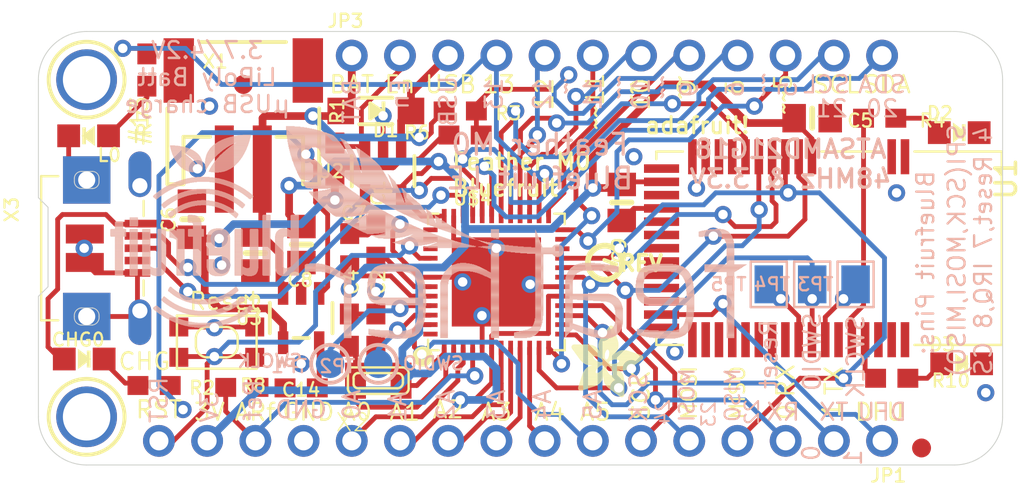
<source format=kicad_pcb>
(kicad_pcb (version 20211014) (generator pcbnew)
  (layers (0 "F.Cu" signal) (31 "B.Cu" signal) (34 "B.Paste" user) (35 "F.Paste" user) (36 "B.SilkS" user "B.Silkscreen") (37 "F.SilkS" user "F.Silkscreen") (38 "B.Mask" user) (39 "F.Mask" user) (44 "Edge.Cuts" user))
  (net 0 "")
  (net 1 "GND")
  (net 2 "MOSI")
  (net 3 "MISO")
  (net 4 "SCK")
  (net 5 "A5")
  (net 6 "A4")
  (net 7 "A3")
  (net 8 "A2")
  (net 9 "A1")
  (net 10 "D11")
  (net 11 "D12")
  (net 12 "+3V3")
  (net 13 "VBUS")
  (net 14 "VBAT")
  (net 15 "N$2")
  (net 16 "AREF")
  (net 17 "D13")
  (net 18 "A0")
  (net 19 "N$1")
  (net 20 "N$3")
  (net 21 "N$4")
  (net 22 "VDDCORE")
  (net 23 "SCL")
  (net 24 "SDA")
  (net 25 "D9")
  (net 26 "D6")
  (net 27 "D5")
  (net 28 "D1")
  (net 29 "D0")
  (net 30 "D10")
  (net 31 "D+")
  (net 32 "D-")
  (net 33 "~{RESET}")
  (net 34 "SWCLK")
  (net 35 "SWDIO")
  (net 36 "N$5")
  (net 37 "N$7")
  (net 38 "EN")
  (net 39 "D3")
  (net 40 "D2")
  (net 41 "DCC")
  (net 42 "DEC2")
  (net 43 "D8_BLE_CS")
  (net 44 "D7_BLE_IRQ")
  (net 45 "D4_SWDIO/RST")
  (net 46 "MODE")
  (net 47 "CONNECTED")
  (net 48 "N$6")
  (net 49 "N$8")
  (net 50 "DFU")
  (net 51 "FCTRYRST")
  (net 52 "BLE_SWCLK")
  (footprint "boardEagle:1X12_ROUND" (layer "F.Cu") (at 153.5811 94.8436)
    (fp_text reference "JP3")
    (fp_text value "")
  )
  (footprint "boardEagle:SOT23-5" (layer "F.Cu") (at 141.2621 100.9396 180)
    (fp_text reference "U2")
    (fp_text value "AP2112-3.3")
  )
  (footprint "boardEagle:JSTPH2" (layer "F.Cu") (at 133.8961 97.1296)
    (fp_text reference "X1")
    (fp_text value "JSTPH")
  )
  (footprint "boardEagle:CHIPLED_0805_NOOUTLINE" (layer "F.Cu") (at 171.6151 98.9076 -90)
    (fp_text reference "D2")
    (fp_text value "RED")
  )
  (footprint "boardEagle:FIDUCIAL_1MM" (layer "F.Cu") (at 169.6303 115.5376 -90)
    (fp_text reference "U$35" hide)
    (fp_text value "FIDUCIAL\"\"" hide)
  )
  (footprint "boardEagle:ADAFRUIT_3.5MM" (layer "F.Cu") (at 151.1681 112.8776)
    (fp_text reference "U$7" hide)
    (fp_text value "" hide)
  )
  (footprint "boardEagle:0603-NO" (layer "F.Cu") (at 140.8811 109.3216 90)
    (fp_text reference "C2")
    (fp_text value "22pF")
  )
  (footprint "boardEagle:0603-NO" (layer "F.Cu") (at 139.4841 109.3216 90)
    (fp_text reference "C4")
    (fp_text value "22pF")
  )
  (footprint "boardEagle:SOD-123" (layer "F.Cu") (at 140.8811 97.7646 180)
    (fp_text reference "D1")
    (fp_text value "MBR120")
  )
  (footprint "boardEagle:0805-NO" (layer "F.Cu") (at 134.5311 105.2576 -90)
    (fp_text reference "C3")
    (fp_text value "10µF")
  )
  (footprint "boardEagle:0805-NO" (layer "F.Cu") (at 153.8351 102.5906 -90)
    (fp_text reference "C9")
    (fp_text value "10uF")
  )
  (footprint "boardEagle:CHIPLED_0805_NOOUTLINE" (layer "F.Cu") (at 125.5141 110.8456 -90)
    (fp_text reference "CHG0")
    (fp_text value "ORANGE")
  )
  (footprint "boardEagle:MOUNTINGHOLE_2.5_PLATED" (layer "F.Cu") (at 125.6411 96.1136 -90)
    (fp_text reference "U$31" hide)
    (fp_text value "MOUNTINGHOLE2.5" hide)
  )
  (footprint "boardEagle:0805-NO" (layer "F.Cu") (at 131.1891 103.4746 90)
    (fp_text reference "C6")
    (fp_text value "10µF")
  )
  (footprint "boardEagle:0603-NO" (layer "F.Cu") (at 136.9441 112.3696 180)
    (fp_text reference "R8")
    (fp_text value "10K\\")
  )
  (footprint "boardEagle:BLE_MODULE_RAYTAC_MDBT40" (layer "F.Cu") (at 164.7571 105.0036 -90)
    (fp_text reference "U1")
    (fp_text value "MBT40")
  )
  (footprint "" (layer "F.Cu") (at 171.3611 113.8936)
    (fp_text reference "@HOLE1" hide)
    (fp_text value "")
  )
  (footprint "boardEagle:4UCONN_20329_V2" (layer "F.Cu") (at 127.5461 105.0036 -90)
    (fp_text reference "X3")
    (fp_text value "microUSB")
    (fp_line (start -3.5 2.55) (end -3.7 2.55) (layer "Edge.Cuts") (width 0.05))
    (fp_line (start -3.7 1.25) (end -3.5 1.25) (layer "Edge.Cuts") (width 0.05))
    (fp_line (start 3.15 2.2) (end 3.15 1.6) (layer "Edge.Cuts") (width 0.05))
    (fp_line (start 4.05 1.6) (end 4.05 2.2) (layer "Edge.Cuts") (width 0.05))
    (fp_line (start -4.05 2.15) (end -4.05 1.6) (layer "Edge.Cuts") (width 0.05))
    (fp_line (start -3.15 1.6) (end -3.15 2.15) (layer "Edge.Cuts") (width 0.05))
    (fp_arc (start -3.5 1.25) (mid -3.252513 1.352513) (end -3.15 1.6) (layer "Edge.Cuts") (width 0.05))
    (fp_arc (start 3.6 1.25) (mid 3.897487 1.331802) (end 4.05 1.6) (layer "Edge.Cuts") (width 0.05))
    (fp_arc (start -4.05 1.6) (mid -3.947487 1.352513) (end -3.7 1.25) (layer "Edge.Cuts") (width 0.05))
    (fp_arc (start -3.15 2.15) (mid -3.242157 2.422487) (end -3.5 2.55) (layer "Edge.Cuts") (width 0.05))
    (fp_arc (start -3.7 2.55) (mid -3.957843 2.422487) (end -4.05 2.15) (layer "Edge.Cuts") (width 0.05))
    (fp_arc (start 3.15 1.6) (mid 3.302513 1.331802) (end 3.6 1.25) (layer "Edge.Cuts") (width 0.05))
    (fp_arc (start 4.05 2.2) (mid 3.897487 2.468198) (end 3.6 2.55) (layer "Edge.Cuts") (width 0.05))
    (fp_arc (start 3.6 2.55) (mid 3.302513 2.468198) (end 3.15 2.2) (layer "Edge.Cuts") (width 0.05))
  )
  (footprint "boardEagle:0603-NO" (layer "F.Cu") (at 145.5801 99.0346 180)
    (fp_text reference "R6")
    (fp_text value "100K")
  )
  (footprint "boardEagle:MOUNTINGHOLE_2.5_PLATED" (layer "F.Cu") (at 125.6411 113.8936 -90)
    (fp_text reference "U$32" hide)
    (fp_text value "MOUNTINGHOLE2.5" hide)
  )
  (footprint "boardEagle:FIDUCIAL_1MM" (layer "F.Cu") (at 133.8961 96.3676 -90)
    (fp_text reference "U$34" hide)
    (fp_text value "FIDUCIAL\"\"" hide)
  )
  (footprint "boardEagle:CHIPLED_0805_NOOUTLINE" (layer "F.Cu") (at 125.7461 99.0746 90)
    (fp_text reference "L0")
    (fp_text value "RED")
  )
  (footprint "boardEagle:0603-NO" (layer "F.Cu") (at 139.5011 105.0796 90)
    (fp_text reference "C7")
    (fp_text value "1uF")
  )
  (footprint "boardEagle:0603-NO" (layer "F.Cu") (at 167.4241 98.1456)
    (fp_text reference "R4")
    (fp_text value "2.2K")
  )
  (footprint "boardEagle:0603-NO" (layer "F.Cu") (at 128.8161 95.6056 -90)
    (fp_text reference "R7")
    (fp_text value "2.2K")
  )
  (footprint "boardEagle:0805-NO" (layer "F.Cu") (at 136.9591 104.8096 -90)
    (fp_text reference "C8")
    (fp_text value "10µF")
  )
  (footprint "boardEagle:1X16_ROUND" (layer "F.Cu") (at 148.5011 115.1636 180)
    (fp_text reference "JP1")
    (fp_text value "")
  )
  (footprint "boardEagle:0603-NO" (layer "F.Cu") (at 168.0591 111.8616)
    (fp_text reference "R10")
    (fp_text value "2.2K")
  )
  (footprint "boardEagle:0603-NO" (layer "F.Cu") (at 140.8811 104.6226 90)
    (fp_text reference "C1")
    (fp_text value "1uF")
  )
  (footprint "boardEagle:0603-NO" (layer "F.Cu") (at 145.3261 97.7646)
    (fp_text reference "R3")
    (fp_text value "100k")
  )
  (footprint "boardEagle:KMR2" (layer "F.Cu") (at 132.4991 109.9566 180)
    (fp_text reference "SW1" hide)
    (fp_text value "SPST_TACT-KMR2" hide)
  )
  (footprint "boardEagle:CHIPLED_0805_NOOUTLINE" (layer "F.Cu") (at 171.7421 111.0996 -90)
    (fp_text reference "D3")
    (fp_text value "BLUE")
  )
  (footprint "boardEagle:0603-NO" (layer "F.Cu") (at 133.8199 112.343007)
    (fp_text reference "C14")
    (fp_text value "1uF")
  )
  (footprint "boardEagle:XTAL3215" (layer "F.Cu") (at 141.0081 111.9886)
    (fp_text reference "X2")
    (fp_text value "32.768")
  )
  (footprint "boardEagle:TQFN48_7MM" (layer "F.Cu") (at 147.2311 106.7816)
    (fp_text reference "U$4")
    (fp_text value "ATSAMD21G18_QFN")
  )
  (footprint "boardEagle:0603-NO" (layer "F.Cu") (at 129.1971 112.2426)
    (fp_text reference "R2")
    (fp_text value "1K")
  )
  (footprint "boardEagle:PCBFEAT-REV-040" (layer "F.Cu") (at 152.9461 105.7656)
    (fp_text reference "U$25" hide)
    (fp_text value "" hide)
  )
  (footprint "" (layer "F.Cu") (at 171.3611 96.1136)
    (fp_text reference "@HOLE0" hide)
    (fp_text value "")
  )
  (footprint "boardEagle:0603-NO" (layer "F.Cu") (at 138.7221 100.3046 90)
    (fp_text reference "R1")
    (fp_text value "100k")
  )
  (footprint "boardEagle:0805-NO" (layer "F.Cu") (at 163.8681 98.1456)
    (fp_text reference "C5")
    (fp_text value "10uF")
  )
  (footprint "boardEagle:SOT23-5" (layer "F.Cu") (at 136.9441 108.6866 180)
    (fp_text reference "U3")
    (fp_text value "MCP73831T-2ACI/OT")
  )
  (footprint "boardEagle:BLUEFRUITLOGO_100MM" (layer "B.Cu") (at 136.8171 109.1946 180)
    (fp_text reference "U$26" hide)
    (fp_text value "" hide)
  )
  (footprint "boardEagle:PAD-1.5X2.0" (layer "B.Cu") (at 166.1541 106.9086 180)
    (fp_text reference "TP3")
    (fp_text value "SWCLK")
  )
  (footprint "boardEagle:PAD-1.5X2.0" (layer "B.Cu") (at 161.5821 106.9086 180)
    (fp_text reference "TP5")
    (fp_text value "SWDIO")
  )
  (footprint "boardEagle:TESTPOINT_ROUND_1.5MM" (layer "B.Cu") (at 138.4681 111.0996 180)
    (fp_text reference "TP1")
    (fp_text value "")
  )
  (footprint "boardEagle:FEATHERLOGO" (layer "B.Cu") (at 160.4391 109.8296 180)
    (fp_text reference "U$9" hide)
    (fp_text value "" hide)
  )
  (footprint "boardEagle:TESTPOINT_ROUND_1.5MM" (layer "B.Cu") (at 141.0081 111.0996 180)
    (fp_text reference "TP2")
    (fp_text value "")
  )
  (footprint "boardEagle:PAD-1.5X2.0" (layer "B.Cu") (at 163.8681 106.9086 180)
    (fp_text reference "TP4")
    (fp_text value "SWDIO")
  )
  (gr_line (start 123.1011 107.5436) (end 123.1011 113.8936) (layer "Edge.Cuts") (width 0.05))
  (gr_line (start 123.1011 102.3366) (end 123.6091 102.8446) (layer "Edge.Cuts") (width 0.05))
  (gr_line (start 123.1011 96.1136) (end 123.1011 102.3366) (layer "Edge.Cuts") (width 0.05))
  (gr_arc (start 125.6411 116.4336) (mid 123.845049 115.689651) (end 123.1011 113.8936) (layer "Edge.Cuts") (width 0.05))
  (gr_line (start 123.6091 107.0356) (end 123.1011 107.5436) (layer "Edge.Cuts") (width 0.05))
  (gr_line (start 125.6411 116.4336) (end 171.3611 116.4336) (layer "Edge.Cuts") (width 0.05))
  (gr_line (start 173.9011 113.8936) (end 173.9011 96.1136) (layer "Edge.Cuts") (width 0.05))
  (gr_arc (start 173.9011 113.8936) (mid 173.157151 115.689651) (end 171.3611 116.4336) (layer "Edge.Cuts") (width 0.05))
  (gr_arc (start 123.1011 96.1136) (mid 123.845049 94.317549) (end 125.6411 93.5736) (layer "Edge.Cuts") (width 0.05))
  (gr_arc (start 171.3611 93.5736) (mid 173.157151 94.317549) (end 173.9011 96.1136) (layer "Edge.Cuts") (width 0.05))
  (gr_line (start 171.3611 93.5736) (end 125.6411 93.5736) (layer "Edge.Cuts") (width 0.05))
  (gr_line (start 123.6091 102.8446) (end 123.6091 107.0356) (layer "Edge.Cuts") (width 0.05))
  (gr_text "24" (at 155.9941 113.6396 -270) (layer "B.SilkS") (effects (font (size 0.715264 0.715264) (thickness 0.097536)) (justify mirror)))
  (gr_text "~~" (at 155.9941 96.4946 -90) (layer "B.SilkS") (effects (font (size 0.89408 0.89408) (thickness 0.12192)) (justify mirror)))
  (gr_text "A3" (at 147.2311 113.2586 -270) (layer "B.SilkS") (effects (font (size 0.89408 0.89408) (thickness 0.12192)) (justify mirror)))
  (gr_text "Reset" (at 161.5821 110.5916 -270) (layer "B.SilkS") (effects (font (size 0.89408 0.89408) (thickness 0.12192)) (justify mirror)))
  (gr_text "3V" (at 132.1181 113.3856 -270) (layer "B.SilkS") (effects (font (size 0.89408 0.89408) (thickness 0.12192)) (justify mirror)))
  (gr_text "1" (at 166.0271 116.0526 -270) (layer "B.SilkS") (effects (font (size 0.89408 0.89408) (thickness 0.12192)) (justify mirror)))
  (gr_text "11" (at 152.3111 96.8756 -270) (layer "B.SilkS") (effects (font (size 0.89408 0.89408) (thickness 0.12192)) (justify mirror)))
  (gr_text "Bluefruit Pins:" (at 169.8371 105.7656 -270) (layer "B.SilkS") (effects (font (size 0.89408 0.89408) (thickness 0.12192)) (justify mirror)))
  (gr_text "0" (at 163.7411 115.7986 -90) (layer "B.SilkS") (effects (font (size 0.89408 0.89408) (thickness 0.12192)) (justify mirror)))
  (gr_text "A5" (at 152.3111 113.2586 -270) (layer "B.SilkS") (effects (font (size 0.89408 0.89408) (thickness 0.12192)) (justify mirror)))
  (gr_text "DFU" (at 167.5511 113.6396) (layer "B.SilkS") (effects (font (size 0.89408 0.89408) (thickness 0.12192)) (justify mirror)))
  (gr_text "23" (at 158.4071 113.7666 -270) (layer "B.SilkS") (effects (font (size 0.715264 0.715264) (thickness 0.097536)) (justify mirror)))
  (gr_text "3.7/4.2V\nLiPoly Batt\nµUSB charge" (at 131.9911 95.9866) (layer "B.SilkS") (effects (font (size 0.88392 0.88392) (thickness 0.13208)) (justify mirror)))
  (gr_text "Feather M0\nBluefruit LE" (at 149.5171 100.4316) (layer "B.SilkS") (effects (font (size 1.1049 1.1049) (thickness 0.1651)) (justify mirror)))
  (gr_text "BAT" (at 139.6111 97.2566 -270) (layer "B.SilkS") (effects (font (size 0.89408 0.89408) (thickness 0.12192)) (justify mirror)))
  (gr_text "Ref" (at 134.4041 113.0046 -270) (layer "B.SilkS") (effects (font (size 0.89408 0.89408) (thickness 0.12192)) (justify mirror)))
  (gr_text "SWDIO" (at 163.8681 110.4646 -270) (layer "B.SilkS") (effects (font (size 0.89408 0.89408) (thickness 0.12192)) (justify mirror)))
  (gr_text "SDA" (at 167.5511 96.3676) (layer "B.SilkS") (effects (font (size 0.89408 0.89408) (thickness 0.12192)) (justify mirror)))
  (gr_text "A2" (at 144.5641 113.2586 -270) (layer "B.SilkS") (effects (font (size 0.89408 0.89408) (thickness 0.12192)) (justify mirror)))
  (gr_text "21" (at 164.8841 97.6376) (layer "B.SilkS") (effects (font (size 0.89408 0.89408) (thickness 0.12192)) (justify mirror)))
  (gr_text "4 Reset,7 IRQ,8 CS" (at 172.8851 105.1306 -270) (layer "B.SilkS") (effects (font (size 0.89408 0.89408) (thickness 0.12192)) (justify mirror)))
  (gr_text "6" (at 159.8041 96.6216 -270) (layer "B.SilkS") (effects (font (size 0.89408 0.89408) (thickness 0.12192)) (justify mirror)))
  (gr_text "22" (at 160.6931 113.6396 -270) (layer "B.SilkS") (effects (font (size 0.715264 0.715264) (thickness 0.097536)) (justify mirror)))
  (gr_text "SWCLK" (at 166.1541 110.7186 -270) (layer "B.SilkS") (effects (font (size 0.89408 0.89408) (thickness 0.12192)) (justify mirror)))
  (gr_text "TX" (at 165.0111 113.6396) (layer "B.SilkS") (effects (font (size 0.89408 0.89408) (thickness 0.12192)) (justify mirror)))
  (gr_text "RST" (at 129.4511 113.0046 -270) (layer "B.SilkS") (effects (font (size 0.89408 0.89408) (thickness 0.12192)) (justify mirror)))
  (gr_text "~~" (at 161.3281 96.3676 -90) (layer "B.SilkS") (effects (font (size 0.89408 0.89408) (thickness 0.12192)) (justify mirror)))
  (gr_text "En" (at 142.1511 96.8756 -270) (layer "B.SilkS") (effects (font (size 0.89408 0.89408) (thickness 0.12192)) (justify mirror)))
  (gr_text "RX" (at 162.3441 113.6396) (layer "B.SilkS") (effects (font (size 0.89408 0.89408) (thickness 0.12192)) (justify mirror)))
  (gr_text "USB" (at 144.6911 97.2566 -270) (layer "B.SilkS") (effects (font (size 0.89408 0.89408) (thickness 0.12192)) (justify mirror)))
  (gr_text "SCK" (at 154.7241 112.8776 -270) (layer "B.SilkS") (effects (font (size 0.89408 0.89408) (thickness 0.12192)) (justify mirror)))
  (gr_text "A4" (at 149.6441 113.2586 -270) (layer "B.SilkS") (effects (font (size 0.89408 0.89408) (thickness 0.12192)) (justify mirror)))
  (gr_text "MISO" (at 159.6771 112.7506 -270) (layer "B.SilkS") (effects (font (size 0.78232 0.78232) (thickness 0.10668)) (justify mirror)))
  (gr_text "A0" (at 139.6111 113.2586 -270) (layer "B.SilkS") (effects (font (size 0.89408 0.89408) (thickness 0.12192)) (justify mirror)))
  (gr_text "~~" (at 150.9141 96.2406 -90) (layer "B.SilkS") (effects (font (size 0.89408 0.89408) (thickness 0.12192)) (justify mirror)))
  (gr_text "ATSAMD21G18\n48MHz & 3.3V" (at 162.7251 100.5586) (layer "B.SilkS") (effects (font (size 0.97155 0.97155) (thickness 0.17145)) (justify mirror)))
  (gr_text "13" (at 147.1041 96.8756 -270) (layer "B.SilkS") (effects (font (size 0.89408 0.89408) (thickness 0.12192)) (justify mirror)))
  (gr_text "SPI(SCK,MOSI,MISO)" (at 171.4881 105.1306 -270) (layer "B.SilkS") (effects (font (size 0.89408 0.89408) (thickness 0.12192)) (justify mirror)))
  (gr_text "9" (at 157.3911 96.6216 -270) (layer "B.SilkS") (effects (font (size 0.89408 0.89408) (thickness 0.12192)) (justify mirror)))
  (gr_text "12" (at 149.6441 96.8756 -270) (layer "B.SilkS") (effects (font (size 0.89408 0.89408) (thickness 0.12192)) (justify mirror)))
  (gr_text "GND" (at 136.9441 113.5126) (layer "B.SilkS") (effects (font (size 0.89408 0.89408) (thickness 0.12192)) (justify mirror)))
  (gr_text "5" (at 162.5981 96.6216 -270) (layer "B.SilkS") (effects (font (size 0.89408 0.89408) (thickness 0.12192)) (justify mirror)))
  (gr_text "20" (at 167.5511 97.6376) (layer "B.SilkS") (effects (font (size 0.89408 0.89408) (thickness 0.12192)) (justify mirror)))
  (gr_text "SWDIO" (at 145.5801 111.4806) (layer "B.SilkS") (effects (font (size 0.69088 0.69088) (thickness 0.12192)) (justify left bottom mirror)))
  (gr_text "A1" (at 142.0241 113.3856 -270) (layer "B.SilkS") (effects (font (size 0.89408 0.89408) (thickness 0.12192)) (justify mirror)))
  (gr_text "SCL" (at 164.6301 96.3676) (layer "B.SilkS") (effects (font (size 0.89408 0.89408) (thickness 0.12192)) (justify mirror)))
  (gr_text "10" (at 154.8511 96.8756 -270) (layer "B.SilkS") (effects (font (size 0.89408 0.89408) (thickness 0.12192)) (justify mirror)))
  (gr_text "~~" (at 153.7081 96.4946 -90) (layer "B.SilkS") (effects (font (size 0.89408 0.89408) (thickness 0.12192)) (justify mirror)))
  (gr_text "SWCLK" (at 137.0711 111.3536) (layer "B.SilkS") (effects (font (size 0.69088 0.69088) (thickness 0.12192)) (justify left bottom mirror)))
  (gr_text "MOSI" (at 157.2641 112.7506 -270) (layer "B.SilkS") (effects (font (size 0.78232 0.78232) (thickness 0.10668)) (justify mirror)))
  (gr_text "~~11" (at 152.4381 97.2566 90) (layer "F.SilkS") (effects (font (size 0.89408 0.89408) (thickness 0.12192))))
  (gr_text "1" (at 164.8841 113.5126 90) (layer "F.SilkS") (effects (font (size 0.89408 0.89408) (thickness 0.12192))))
  (gr_text "MISO" (at 159.9311 112.6236 90) (layer "F.SilkS") (effects (font (size 0.78232 0.78232) (thickness 0.10668))))
  (gr_text "~~5" (at 162.3441 96.8756 90) (layer "F.SilkS") (effects (font (size 0.89408 0.89408) (thickness 0.12192))))
  (gr_text "#13" (at 128.4351 98.2726 90) (layer "F.SilkS") (effects (font (size 0.89408 0.89408) (thickness 0.12192))))
  (gr_text "A5" (at 152.4381 113.6396) (layer "F.SilkS") (effects (font (size 0.89408 0.89408) (thickness 0.12192))))
  (gr_text "TX" (at 165.0111 111.9886 90) (layer "F.SilkS") (effects (font (size 0.89408 0.89408) (thickness 0.12192))))
  (gr_text "~~" (at 154.3431 96.8756 90) (layer "F.SilkS") (effects (font (size 0.89408 0.89408) (thickness 0.12192))))
  (gr_text "SCL" (at 165.1381 96.3676) (layer "F.SilkS") (effects (font (size 0.89408 0.89408) (thickness 0.12192))))
  (gr_text "10" (at 154.8511 96.8756 90) (layer "F.SilkS") (effects (font (size 0.89408 0.89408) (thickness 0.12192))))
  (gr_text "A1" (at 142.4051 113.6396) (layer "F.SilkS") (effects (font (size 0.89408 0.89408) (thickness 0.12192))))
  (gr_text "A4" (at 150.0251 113.6396) (layer "F.SilkS") (effects (font (size 0.89408 0.89408) (thickness 0.12192))))
  (gr_text "A2" (at 144.6911 113.5126) (layer "F.SilkS") (effects (font (size 0.89408 0.89408) (thickness 0.12192))))
  (gr_text "MOSI" (at 157.3911 112.6236 90) (layer "F.SilkS") (effects (font (size 0.78232 0.78232) (thickness 0.10668))))
  (gr_text "~~" (at 156.8831 96.4946 90) (layer "F.SilkS") (effects (font (size 0.89408 0.89408) (thickness 0.12192))))
  (gr_text "USB" (at 144.8181 96.3676) (layer "F.SilkS") (effects (font (size 0.89408 0.89408) (thickness 0.12192))))
  (gr_text "3V" (at 132.1181 113.6396) (layer "F.SilkS") (effects (font (size 0.89408 0.89408) (thickness 0.12192))))
  (gr_text "0" (at 162.4711 113.6396 90) (layer "F.SilkS") (effects (font (size 0.89408 0.89408) (thickness 0.12192))))
  (gr_text "A3" (at 147.2311 113.6396) (layer "F.SilkS") (effects (font (size 0.89408 0.89408) (thickness 0.12192))))
  (gr_text "12" (at 149.7711 96.8756 90) (layer "F.SilkS") (effects (font (size 0.89408 0.89408) (thickness 0.12192))))
  (gr_text "ARf" (at 134.5311 113.6396) (layer "F.SilkS") (effects (font (size 0.89408 0.89408) (thickness 0.12192))))
  (gr_text "SDA" (at 167.8051 96.3676) (layer "F.SilkS") (effects (font (size 0.89408 0.89408) (thickness 0.12192))))
  (gr_text "Reset" (at 132.8801 107.7976) (layer "F.SilkS") (effects (font (size 0.89408 0.89408) (thickness 0.12192))))
  (gr_text "En" (at 142.1511 96.3676) (layer "F.SilkS") (effects (font (size 0.89408 0.89408) (thickness 0.12192))))
  (gr_text "CHG" (at 128.6891 110.9726) (layer "F.SilkS") (effects (font (size 0.89408 0.89408) (thickness 0.12192))))
  (gr_text "A0" (at 139.8651 113.6396) (layer "F.SilkS") (effects (font (size 0.89408 0.89408) (thickness 0.12192))))
  (gr_text "GND" (at 137.3251 113.6396) (layer "F.SilkS") (effects (font (size 0.89408 0.89408) (thickness 0.12192))))
  (gr_text "6" (at 159.8041 96.4946 90) (layer "F.SilkS") (effects (font (size 0.89408 0.89408) (thickness 0.12192))))
  (gr_text "SCK" (at 154.8511 112.7506 90) (layer "F.SilkS") (effects (font (size 0.89408 0.89408) (thickness 0.12192))))
  (gr_text "adafruit!" (at 154.9781 99.0346) (layer "F.SilkS") (effects (font (size 0.8636 0.8636) (thickness 0.1524)) (justify left bottom)))
  (gr_text "13" (at 147.3581 96.3676) (layer "F.SilkS") (effects (font (size 0.89408 0.89408) (thickness 0.12192))))
  (gr_text "RST" (at 129.4511 113.5126) (layer "F.SilkS") (effects (font (size 0.89408 0.89408) (thickness 0.12192))))
  (gr_text "Feather M0\nBluefruit" (at 144.8181 102.3366) (layer "F.SilkS") (effects (font (size 0.8636 0.8636) (thickness 0.1524)) (justify left bottom)))
  (gr_text "9" (at 157.2641 96.4946 90) (layer "F.SilkS") (effects (font (size 0.89408 0.89408) (thickness 0.12192))))
  (gr_text "BAT" (at 139.6111 96.3676) (layer "F.SilkS") (effects (font (size 0.89408 0.89408) (thickness 0.12192))))
  (gr_text "RX" (at 162.4711 111.9886 90) (layer "F.SilkS") (effects (font (size 0.89408 0.89408) (thickness 0.12192))))
  (gr_text "DFU" (at 167.4241 113.6396) (layer "F.SilkS") (effects (font (size 0.89408 0.89408) (thickness 0.12192))))
  (segment (start 128.3211 108.1786) (end 128.4461 108.3036) (width 0.254) (layer "F.Cu") (net 1))
  (segment (start 128.3211 106.3036) (end 126.0961 106.3036) (width 0.254) (layer "F.Cu") (net 1))
  (segment (start 139.5011 104.2296) (end 140.4241 104.2296) (width 0.4064) (layer "F.Cu") (net 1))
  (segment (start 128.3211 106.3036) (end 128.3211 108.1786) (width 0.254) (layer "F.Cu") (net 1))
  (segment (start 126.0961 106.3036) (end 125.5461 105.7536) (width 0.254) (layer "F.Cu") (net 1))
  (segment (start 125.6461 108.6036) (end 128.1461 108.6036) (width 0.254) (layer "F.Cu") (net 1))
  (segment (start 146.4811 110.2566) (end 146.4811 107.5316) (width 0.254) (layer "F.Cu") (net 1))
  (segment (start 146.4691 107.5436) (end 146.4691 108.5596) (width 0.254) (layer "F.Cu") (net 1))
  (segment (start 146.4811 107.5316) (end 147.2311 106.7816) (width 0.254) (layer "F.Cu") (net 1))
  (segment (start 130.4991 109.1566) (end 134.4991 109.1566) (width 0.254) (layer "F.Cu") (net 1))
  (segment (start 155.9321 102.9036) (end 154.4721 102.9036) (width 0.254) (layer "F.Cu") (net 1))
  (segment (start 141.7701 104.1146) (end 142.1511 103.7336) (width 0.254) (layer "F.Cu") (net 1))
  (segment (start 144.4371 99.0346) (end 143.1671 100.3046) (width 0.254) (layer "F.Cu") (net 1))
  (segment (start 140.4241 104.2296) (end 140.8811 103.7726) (width 0.4064) (layer "F.Cu") (net 1))
  (segment (start 143.7561 106.5316) (end 146.9811 106.5316) (width 0.254) (layer "F.Cu") (net 1))
  (segment (start 124.6961 101.4036) (end 125.6461 101.4036) (width 0.254) (layer "F.Cu") (net 1))
  (segment (start 144.9811 103.3066) (end 144.9811 104.5316) (width 0.254) (layer "F.Cu") (net 1))
  (segment (start 150.7061 107.0316) (end 147.4811 107.0316) (width 0.254) (layer "F.Cu") (net 1))
  (segment (start 147.4811 107.0316) (end 147.2311 106.7816) (width 0.254) (layer "F.Cu") (net 1))
  (segment (start 141.7701 105.1306) (end 141.7701 104.1146) (width 0.254) (layer "F.Cu") (net 1))
  (segment (start 124.6961 99.0746) (end 124.6961 101.4036) (width 0.254) (layer "F.Cu") (net 1))
  (segment (start 140.8811 108.4716) (end 139.4841 108.4716) (width 0.254) (layer "F.Cu") (net 1))
  (segment (start 144.7301 99.0346) (end 144.4371 99.0346) (width 0.254) (layer "F.Cu") (net 1))
  (segment (start 143.1711 106.5316) (end 141.7701 105.1306) (width 0.254) (layer "F.Cu") (net 1))
  (segment (start 137.0711 105.7596) (end 136.9591 105.7596) (width 0.254) (layer "F.Cu") (net 1))
  (segment (start 141.2621 99.6395) (end 141.2621 98.3996) (width 0.254) (layer "F.Cu") (net 1))
  (segment (start 154.4721 102.9036) (end 153.8351 103.5406) (width 0.254) (layer "F.Cu") (net 1))
  (segment (start 128.1461 108.6036) (end 128.4461 108.3036) (width 0.254) (layer "F.Cu") (net 1))
  (segment (start 146.4811 107.5316) (end 146.4691 107.5436) (width 0.254) (layer "F.Cu") (net 1))
  (segment (start 143.1671 100.3046) (end 143.0401 100.3046) (width 0.254) (layer "F.Cu") (net 1))
  (segment (start 134.4991 109.1566) (end 134.6201 109.1566) (width 0.254) (layer "F.Cu") (net 1))
  (segment (start 144.9811 104.5316) (end 147.2311 106.7816) (width 0.254) (layer "F.Cu") (net 1))
  (segment (start 146.9811 106.5316) (end 147.2311 106.7816) (width 0.254) (layer "F.Cu") (net 1))
  (segment (start 143.7561 106.5316) (end 143.1711 106.5316) (width 0.254) (layer "F.Cu") (net 1))
  (via (at 132.3721 109.1946) (size 0.9064) (drill 0.5) (layers "F.Cu" "B.Cu") (net 1))
  (via (at 131.4831 100.8126) (size 0.9064) (drill 0.5) (layers "F.Cu" "B.Cu") (net 1))
  (via (at 142.1511 103.7336) (size 0.9064) (drill 0.5) (layers "F.Cu" "B.Cu") (net 1))
  (via (at 140.8811 107.2896) (size 0.9064) (drill 0.5) (layers "F.Cu" "B.Cu") (net 1))
  (via (at 156.6291 110.4646) (size 0.9064) (drill 0.5) (layers "F.Cu" "B.Cu") (net 1))
  (via (at 173.0121 112.6236) (size 0.9064) (drill 0.5) (layers "F.Cu" "B.Cu") (net 1))
  (via (at 125.5141 105.0036) (size 0.9064) (drill 0.5) (layers "F.Cu" "B.Cu") (net 1))
  (via (at 136.9441 111.0996) (size 0.9064) (drill 0.5) (layers "F.Cu" "B.Cu") (net 1))
  (via (at 146.4691 108.5596) (size 0.9064) (drill 0.5) (layers "F.Cu" "B.Cu") (net 1))
  (via (at 145.4531 106.7816) (size 0.9064) (drill 0.5) (layers "F.Cu" "B.Cu") (net 1))
  (via (at 157.7721 101.8286) (size 0.9064) (drill 0.5) (layers "F.Cu" "B.Cu") (net 1))
  (via (at 132.1181 97.5106) (size 0.9064) (drill 0.5) (layers "F.Cu" "B.Cu") (net 1))
  (via (at 168.3131 102.0826) (size 0.9064) (drill 0.5) (layers "F.Cu" "B.Cu") (net 1))
  (via (at 141.2621 98.0186) (size 0.9064) (drill 0.5) (layers "F.Cu" "B.Cu") (net 1))
  (via (at 147.2311 105.0036) (size 0.9064) (drill 0.5) (layers "F.Cu" "B.Cu") (net 1))
  (via (at 154.4701 100.1776) (size 0.9064) (drill 0.5) (layers "F.Cu" "B.Cu") (net 1))
  (via (at 132.7531 105.8926) (size 0.9064) (drill 0.5) (layers "F.Cu" "B.Cu") (net 1))
  (via (at 149.0091 106.9086) (size 0.9064) (drill 0.5) (layers "F.Cu" "B.Cu") (net 1))
  (segment (start 159.1691 103.2256) (end 159.8041 103.8606) (width 0.254) (layer "F.Cu") (net 2))
  (segment (start 161.7091 103.8606) (end 161.9631 103.6066) (width 0.254) (layer "F.Cu") (net 2))
  (segment (start 157.3911 115.1636) (end 157.8991 115.1636) (width 0.254) (layer "F.Cu") (net 2))
  (segment (start 150.7061 106.5316) (end 151.8071 106.5316) (width 0.254) (layer "F.Cu") (net 2))
  (segment (start 161.9631 103.6066) (end 161.9631 102.7176) (width 0.254) (layer "F.Cu") (net 2))
  (segment (start 161.7571 102.5116) (end 161.7571 100.1786) (width 0.254) (layer "F.Cu") (net 2))
  (segment (start 159.8041 103.8606) (end 161.7091 103.8606) (width 0.254) (layer "F.Cu") (net 2))
  (segment (start 161.9631 102.7176) (end 161.7571 102.5116) (width 0.254) (layer "F.Cu") (net 2))
  (segment (start 151.8071 106.5316) (end 152.1841 106.9086) (width 0.254) (layer "F.Cu") (net 2))
  (via (at 152.1841 106.9086) (size 0.9064) (drill 0.5) (layers "F.Cu" "B.Cu") (net 2))
  (via (at 159.1691 103.2256) (size 0.9064) (drill 0.5) (layers "F.Cu" "B.Cu") (net 2))
  (segment (start 156.7561 103.2256) (end 159.1691 103.2256) (width 0.254) (layer "B.Cu") (net 2))
  (segment (start 152.1841 106.9086) (end 153.0731 106.9086) (width 0.254) (layer "B.Cu") (net 2))
  (segment (start 151.9301 112.7506) (end 153.0731 113.8936) (width 0.254) (layer "B.Cu") (net 2))
  (segment (start 152.1841 106.9086) (end 151.9301 107.1626) (width 0.254) (layer "B.Cu") (net 2))
  (segment (start 156.1211 113.8936) (end 157.3911 115.1636) (width 0.254) (layer "B.Cu") (net 2))
  (segment (start 153.0731 113.8936) (end 156.1211 113.8936) (width 0.254) (layer "B.Cu") (net 2))
  (segment (start 153.0731 106.9086) (end 156.7561 103.2256) (width 0.254) (layer "B.Cu") (net 2))
  (segment (start 151.9301 107.1626) (end 151.9301 112.7506) (width 0.254) (layer "B.Cu") (net 2))
  (segment (start 162.4571 100.1786) (end 162.4571 101.9416) (width 0.254) (layer "F.Cu") (net 3))
  (segment (start 162.4571 101.9416) (end 162.5981 102.0826) (width 0.254) (layer "F.Cu") (net 3))
  (segment (start 150.7061 105.5316) (end 153.1801 105.5316) (width 0.254) (layer "F.Cu") (net 3))
  (segment (start 153.1801 105.5316) (end 153.7081 105.0036) (width 0.254) (layer "F.Cu") (net 3))
  (segment (start 165.5191 111.8616) (end 163.2331 111.8616) (width 0.254) (layer "F.Cu") (net 3))
  (segment (start 163.2331 111.8616) (end 159.9311 115.1636) (width 0.254) (layer "F.Cu") (net 3))
  (via (at 165.5191 111.8616) (size 0.9064) (drill 0.5) (layers "F.Cu" "B.Cu") (net 3))
  (via (at 153.7081 105.0036) (size 0.9064) (drill 0.5) (layers "F.Cu" "B.Cu") (net 3))
  (via (at 162.5981 102.0826) (size 0.9064) (drill 0.5) (layers "F.Cu" "B.Cu") (net 3))
  (segment (start 167.6781 105.5116) (end 167.6781 109.7026) (width 0.254) (layer "B.Cu") (net 3))
  (segment (start 164.2491 102.0826) (end 167.6781 105.5116) (width 0.254) (layer "B.Cu") (net 3))
  (segment (start 167.6781 109.7026) (end 165.5191 111.8616) (width 0.254) (layer "B.Cu") (net 3))
  (segment (start 158.7881 102.0826) (end 162.5981 102.0826) (width 0.254) (layer "B.Cu") (net 3))
  (segment (start 162.5981 102.0826) (end 164.2491 102.0826) (width 0.254) (layer "B.Cu") (net 3))
  (segment (start 158.1531 102.7176) (end 158.7881 102.0826) (width 0.254) (layer "B.Cu") (net 3))
  (segment (start 153.7081 105.0036) (end 155.9941 102.7176) (width 0.254) (layer "B.Cu") (net 3))
  (segment (start 155.9941 102.7176) (end 158.1531 102.7176) (width 0.254) (layer "B.Cu") (net 3))
  (segment (start 163.4871 103.4796) (end 162.5981 104.3686) (width 0.254) (layer "F.Cu") (net 4))
  (segment (start 163.1571 101.2446) (end 163.4871 101.5746) (width 0.254) (layer "F.Cu") (net 4))
  (segment (start 154.2161 109.1946) (end 156.6291 111.6076) (width 0.254) (layer "F.Cu") (net 4))
  (segment (start 156.6291 113.3856) (end 154.8511 115.1636) (width 0.254) (layer "F.Cu") (net 4))
  (segment (start 163.1571 100.1786) (end 163.1571 101.2446) (width 0.254) (layer "F.Cu") (net 4))
  (segment (start 163.4871 101.5746) (end 163.4871 103.4796) (width 0.254) (layer "F.Cu") (net 4))
  (segment (start 154.2161 107.4166) (end 154.2161 109.1946) (width 0.254) (layer "F.Cu") (net 4))
  (segment (start 156.6291 111.6076) (end 156.6291 113.3856) (width 0.254) (layer "F.Cu") (net 4))
  (segment (start 154.0256 107.2261) (end 154.2161 107.4166) (width 0.254) (layer "F.Cu") (net 4))
  (segment (start 162.5981 104.3686) (end 158.6611 104.3686) (width 0.254) (layer "F.Cu") (net 4))
  (segment (start 152.8191 106.0196) (end 150.7181 106.0196) (width 0.254) (layer "F.Cu") (net 4))
  (segment (start 152.8191 106.0196) (end 154.0256 107.2261) (width 0.254) (layer "F.Cu") (net 4))
  (segment (start 150.7181 106.0196) (end 150.7061 106.0316) (width 0.254) (layer "F.Cu") (net 4))
  (via (at 154.0256 107.2261) (size 0.9064) (drill 0.5) (layers "F.Cu" "B.Cu") (net 4))
  (via (at 158.6611 104.3686) (size 0.9064) (drill 0.5) (layers "F.Cu" "B.Cu") (net 4))
  (segment (start 155.8036 107.2261) (end 154.0256 107.2261) (width 0.254) (layer "B.Cu") (net 4))
  (segment (start 158.6611 104.3686) (end 155.8036 107.2261) (width 0.254) (layer "B.Cu") (net 4))
  (segment (start 143.2031 109.0316) (end 142.9131 109.3216) (width 0.254) (layer "F.Cu") (net 5))
  (segment (start 142.9131 110.2106) (end 143.2941 110.5916) (width 0.254) (layer "F.Cu") (net 5))
  (segment (start 143.7561 109.0316) (end 143.2031 109.0316) (width 0.254) (layer "F.Cu") (net 5))
  (segment (start 142.9131 109.3216) (end 142.9131 110.2106) (width 0.254) (layer "F.Cu") (net 5))
  (via (at 143.2941 110.5916) (size 0.9064) (drill 0.5) (layers "F.Cu" "B.Cu") (net 5))
  (segment (start 151.9301 115.1636) (end 152.3111 115.1636) (width 0.254) (layer "B.Cu") (net 5))
  (segment (start 147.2311 109.9566) (end 148.3741 111.0996) (width 0.254) (layer "B.Cu") (net 5))
  (segment (start 143.9291 109.9566) (end 147.2311 109.9566) (width 0.254) (layer "B.Cu") (net 5))
  (segment (start 149.5171 113.7666) (end 150.5331 113.7666) (width 0.254) (layer "B.Cu") (net 5))
  (segment (start 148.3741 111.0996) (end 148.3741 112.6236) (width 0.254) (layer "B.Cu") (net 5))
  (segment (start 143.2941 110.5916) (end 143.9291 109.9566) (width 0.254) (layer "B.Cu") (net 5))
  (segment (start 148.3741 112.6236) (end 149.5171 113.7666) (width 0.254) (layer "B.Cu") (net 5))
  (segment (start 150.5331 113.7666) (end 151.9301 115.1636) (width 0.254) (layer "B.Cu") (net 5))
  (segment (start 148.9811 114.3736) (end 149.7711 115.1636) (width 0.254) (layer "F.Cu") (net 6))
  (segment (start 148.9811 110.2566) (end 148.9811 114.3736) (width 0.254) (layer "F.Cu") (net 6))
  (segment (start 148.4811 113.9136) (end 147.2311 115.1636) (width 0.254) (layer "F.Cu") (net 7))
  (segment (start 148.4811 110.2566) (end 148.4811 113.9136) (width 0.254) (layer "F.Cu") (net 7))
  (segment (start 145.4531 115.1636) (end 144.6911 115.1636) (width 0.254) (layer "F.Cu") (net 8))
  (segment (start 147.9811 113.6516) (end 147.7391 113.8936) (width 0.254) (layer "F.Cu") (net 8))
  (segment (start 144.9451 115.1636) (end 144.6911 115.1636) (width 0.254) (layer "F.Cu") (net 8))
  (segment (start 147.9811 110.2566) (end 147.9811 113.6516) (width 0.254) (layer "F.Cu") (net 8))
  (segment (start 146.7231 113.8936) (end 145.4531 115.1636) (width 0.254) (layer "F.Cu") (net 8))
  (segment (start 147.7391 113.8936) (end 146.7231 113.8936) (width 0.254) (layer "F.Cu") (net 8))
  (segment (start 142.9131 115.1636) (end 142.1511 115.1636) (width 0.254) (layer "F.Cu") (net 9))
  (segment (start 147.4811 110.2566) (end 147.4811 112.1196) (width 0.254) (layer "F.Cu") (net 9))
  (segment (start 144.1831 113.8936) (end 142.9131 115.1636) (width 0.254) (layer "F.Cu") (net 9))
  (segment (start 145.9611 113.8936) (end 144.1831 113.8936) (width 0.254) (layer "F.Cu") (net 9))
  (segment (start 147.4851 112.1236) (end 147.4851 113.2586) (width 0.254) (layer "F.Cu") (net 9))
  (segment (start 147.4851 113.2586) (end 146.5961 113.2586) (width 0.254) (layer "F.Cu") (net 9))
  (segment (start 146.5961 113.2586) (end 145.9611 113.8936) (width 0.254) (layer "F.Cu") (net 9))
  (segment (start 147.4811 112.1196) (end 147.4851 112.1236) (width 0.254) (layer "F.Cu") (net 9))
  (segment (start 149.9811 103.3066) (end 149.9811 102.8886) (width 0.254) (layer "F.Cu") (net 10))
  (segment (start 150.7871 102.0826) (end 150.7871 100.0506) (width 0.254) (layer "F.Cu") (net 10))
  (segment (start 152.3111 98.5266) (end 152.3111 94.8436) (width 0.254) (layer "F.Cu") (net 10))
  (segment (start 150.7871 100.0506) (end 152.3111 98.5266) (width 0.254) (layer "F.Cu") (net 10))
  (segment (start 149.9811 102.8886) (end 150.7871 102.0826) (width 0.254) (layer "F.Cu") (net 10))
  (segment (start 149.3901 99.1616) (end 149.3901 99.0346) (width 0.254) (layer "F.Cu") (net 11))
  (segment (start 148.4811 103.3066) (end 148.4811 100.0706) (width 0.254) (layer "F.Cu") (net 11))
  (segment (start 148.4811 100.0706) (end 149.3901 99.1616) (width 0.254) (layer "F.Cu") (net 11))
  (via (at 149.3901 99.0346) (size 0.9064) (drill 0.5) (layers "F.Cu" "B.Cu") (net 11))
  (segment (start 149.3901 99.0346) (end 149.3901 95.2246) (width 0.254) (layer "B.Cu") (net 11))
  (segment (start 149.3901 95.2246) (end 149.7711 94.8436) (width 0.254) (layer "B.Cu") (net 11))
  (segment (start 139.5011 106.3985) (end 139.5011 105.9296) (width 0.254) (layer "F.Cu") (net 12))
  (segment (start 139.5011 105.9296) (end 139.4841 105.9466) (width 0.254) (layer "F.Cu") (net 12))
  (segment (start 142.7285 107.5316) (end 141.661 106.4641) (width 0.254) (layer "F.Cu") (net 12))
  (segment (start 143.9291 100.4316) (end 144.1831 100.4316) (width 0.254) (layer "F.Cu") (net 12))
  (segment (start 139.4841 105.9466) (end 139.4841 107.1626) (width 0.4064) (layer "F.Cu") (net 12))
  (segment (start 142.9131 101.0666) (end 143.2941 101.0666) (width 0.254) (layer "F.Cu") (net 12))
  (segment (start 153.8451 101.6306) (end 153.8351 101.6406) (width 0.254) (layer "F.Cu") (net 12))
  (segment (start 149.9743 107.5316) (end 149.9743 109.4994) (width 0.254) (layer "F.Cu") (net 12))
  (segment (start 162.9181 98.1456) (end 162.6641 98.3996) (width 0.4064) (layer "F.Cu") (net 12))
  (segment (start 152.3111 100.1776) (end 152.3111 101.8286) (width 0.4064) (layer "F.Cu") (net 12))
  (segment (start 163.8571 99.2336) (end 163.8571 100.1786) (width 0.254) (layer "F.Cu") (net 12))
  (segment (start 152.3111 101.8286) (end 153.9621 101.8286) (width 0.4064) (layer "F.Cu") (net 12))
  (segment (start 153.8451 101.5036) (end 153.8451 101.6306) (width 0.254) (layer "F.Cu") (net 12))
  (segment (start 162.9181 98.2946) (end 163.8571 99.2336) (width 0.254) (layer "F.Cu") (net 12))
  (segment (start 146.9811 110.2566) (end 146.9811 112.1116) (width 0.254) (layer "F.Cu") (net 12))
  (segment (start 150.7061 107.5316) (end 149.9743 107.5316) (width 0.254) (layer "F.Cu") (net 12))
  (segment (start 139.5011 106.2906) (end 139.5011 105.9296) (width 0.254) (layer "F.Cu") (net 12))
  (segment (start 149.9743 109.4994) (end 147.1041 109.4994) (width 0.254) (layer "F.Cu") (net 12))
  (segment (start 162.6641 98.3996) (end 160.4391 98.3996) (width 0.4064) (layer "F.Cu") (net 12))
  (segment (start 146.9811 112.1116) (end 146.0881 113.0046) (width 0.254) (layer "F.Cu") (net 12))
  (segment (start 153.9621 101.8286) (end 153.9621 101.6406) (width 0.254) (layer "F.Cu") (net 12))
  (segment (start 146.9811 110.2566) (end 146.9811 109.6224) (width 0.254) (layer "F.Cu") (net 12))
  (segment (start 144.4811 103.3066) (end 143.279 103.3066) (width 0.254) (layer "F.Cu") (net 12))
  (segment (start 153.9621 101.8286) (end 154.0891 101.9556) (width 0.254) (layer "F.Cu") (net 12))
  (segment (start 142.2121 102.2397) (end 142.2121 101.7676) (width 0.254) (layer "F.Cu") (net 12))
  (segment (start 156.1211 96.3676) (end 152.3111 100.1776) (width 0.4064) (layer "F.Cu") (net 12))
  (segment (start 162.9181 98.1456) (end 162.9181 98.2946) (width 0.254) (layer "F.Cu") (net 12))
  (segment (start 142.2121 101.7676) (end 142.9131 101.0666) (width 0.254) (layer "F.Cu") (net 12))
  (segment (start 146.0881 113.0046) (end 145.3261 113.0046) (width 0.254) (layer "F.Cu") (net 12))
  (segment (start 143.7561 107.5316) (end 142.7285 107.5316) (width 0.254) (layer "F.Cu") (net 12))
  (segment (start 146.9811 109.6224) (end 147.1041 109.4994) (width 0.254) (layer "F.Cu") (net 12))
  (segment (start 155.9321 101.5036) (end 153.8451 101.5036) (width 0.254) (layer "F.Cu") (net 12))
  (segment (start 153.9621 101.6406) (end 153.8351 101.6406) (width 0.254) (layer "F.Cu") (net 12))
  (segment (start 139.6746 106.4641) (end 139.5011 106.2906) (width 0.254) (layer "F.Cu") (net 12))
  (segment (start 136.3091 101.7016) (end 136.3091 103.2096) (width 0.4064) (layer "F.Cu") (net 12))
  (segment (start 143.2941 101.0666) (end 143.9291 100.4316) (width 0.254) (layer "F.Cu") (net 12))
  (segment (start 158.4071 96.3676) (end 156.1211 96.3676) (width 0.4064) (layer "F.Cu") (net 12))
  (segment (start 160.4391 98.3996) (end 158.4071 96.3676) (width 0.4064) (layer "F.Cu") (net 12))
  (segment (start 141.661 106.4641) (end 139.6746 106.4641) (width 0.254) (layer "F.Cu") (net 12))
  (segment (start 143.279 103.3066) (end 142.2121 102.2397) (width 0.254) (layer "F.Cu") (net 12))
  (segment (start 136.3091 103.2096) (end 136.9591 103.8596) (width 0.4064) (layer "F.Cu") (net 12))
  (via (at 144.1831 100.4316) (size 0.9064) (drill 0.5) (layers "F.Cu" "B.Cu") (net 12))
  (via (at 136.3091 101.7016) (size 0.9064) (drill 0.5) (layers "F.Cu" "B.Cu") (net 12))
  (via (at 152.3111 101.8286) (size 0.9064) (drill 0.5) (layers "F.Cu" "B.Cu") (net 12))
  (via (at 145.3261 113.0046) (size 0.9064) (drill 0.5) (layers "F.Cu" "B.Cu") (net 12))
  (via (at 139.4841 107.1626) (size 0.9064) (drill 0.5) (layers "F.Cu" "B.Cu") (net 12))
  (segment (start 143.1671 109.4486) (end 142.2781 110.3376) (width 0.4064) (layer "B.Cu") (net 12))
  (segment (start 139.4841 106.9086) (end 139.4841 107.1626) (width 0.4064) (layer "B.Cu") (net 12))
  (segment (start 139.2301 107.1626) (end 139.4841 107.1626) (width 0.254) (layer "B.Cu") (net 12))
  (segment (start 144.3101 100.4316) (end 145.5801 101.7016) (width 0.4064) (layer "B.Cu") (net 12))
  (segment (start 143.1671 106.0196) (end 143.1671 109.4486) (width 0.4064) (layer "B.Cu") (net 12))
  (segment (start 143.1671 106.0196) (end 140.3731 106.0196) (width 0.4064) (layer "B.Cu") (net 12))
  (segment (start 141.8971 112.4966) (end 142.7861 111.6076) (width 0.4064) (layer "B.Cu") (net 12))
  (segment (start 145.5801 104.8766) (end 144.4371 106.0196) (width 0.4064) (layer "B.Cu") (net 12))
  (segment (start 137.4521 101.7016) (end 138.7221 100.4316) (width 0.4064) (layer "B.Cu") (net 12))
  (segment (start 134.6581 112.4966) (end 141.8971 112.4966) (width 0.4064) (layer "B.Cu") (net 12))
  (segment (start 145.7071 103.9876) (end 150.1521 103.9876) (width 0.4064) (layer "B.Cu") (net 12))
  (segment (start 142.2781 110.9726) (end 142.7861 111.4806) (width 0.4064) (layer "B.Cu") (net 12))
  (segment (start 145.5801 103.8606) (end 145.5801 104.8766) (width 0.4064) (layer "B.Cu") (net 12))
  (segment (start 145.5801 103.8606) (end 145.7071 103.9876) (width 0.4064) (layer "B.Cu") (net 12))
  (segment (start 143.6751 111.6076) (end 144.5641 110.7186) (width 0.4064) (layer "B.Cu") (net 12))
  (segment (start 142.2781 110.3376) (end 142.2781 110.9726) (width 0.4064) (layer "B.Cu") (net 12))
  (segment (start 147.2311 111.3496) (end 147.2311 112.6236) (width 0.4064) (layer "B.Cu") (net 12))
  (segment (start 142.9131 111.6076) (end 143.6751 111.6076) (width 0.4064) (layer "B.Cu") (net 12))
  (segment (start 144.3101 100.4316) (end 144.1831 100.4316) (width 0.254) (layer "B.Cu") (net 12))
  (segment (start 144.5641 110.7186) (end 146.6001 110.7186) (width 0.4064) (layer "B.Cu") (net 12))
  (segment (start 147.2311 112.6236) (end 146.8501 113.0046) (width 0.4064) (layer "B.Cu") (net 12))
  (segment (start 145.5801 101.7016) (end 145.5801 103.8606) (width 0.4064) (layer "B.Cu") (net 12))
  (segment (start 138.7221 100.4316) (end 144.1831 100.4316) (width 0.4064) (layer "B.Cu") (net 12))
  (segment (start 140.3731 106.0196) (end 139.4841 106.9086) (width 0.4064) (layer "B.Cu") (net 12))
  (segment (start 146.8501 113.0046) (end 145.3261 113.0046) (width 0.4064) (layer "B.Cu") (net 12))
  (segment (start 142.7861 111.6076) (end 142.7861 111.4806) (width 0.4064) (layer "B.Cu") (net 12))
  (segment (start 137.4521 101.7016) (end 136.3091 101.7016) (width 0.4064) (layer "B.Cu") (net 12))
  (segment (start 150.1521 103.9876) (end 152.3111 101.8286) (width 0.4064) (layer "B.Cu") (net 12))
  (segment (start 146.6001 110.7186) (end 147.2311 111.3496) (width 0.4064) (layer "B.Cu") (net 12))
  (segment (start 142.7861 111.4806) (end 142.9131 111.6076) (width 0.4064) (layer "B.Cu") (net 12))
  (segment (start 131.9911 115.1636) (end 134.6581 112.4966) (width 0.4064) (layer "B.Cu") (net 12))
  (segment (start 144.4371 106.0196) (end 143.1671 106.0196) (width 0.4064) (layer "B.Cu") (net 12))
  (segment (start 142.7311 97.7646) (end 142.7311 96.8036) (width 0.4064) (layer "F.Cu") (net 13))
  (segment (start 142.2121 100.2436) (end 142.2121 99.6395) (width 0.4064) (layer "F.Cu") (net 13))
  (segment (start 123.6091 107.6706) (end 124.1171 107.1626) (width 0.254) (layer "F.Cu") (net 13))
  (segment (start 128.2911 103.7336) (end 128.3211 103.7036) (width 0.254) (layer "F.Cu") (net 13))
  (segment (start 131.8641 107.4166) (end 131.8641 105.0996) (width 0.4064) (layer "F.Cu") (net 13))
  (segment (start 124.1171 103.4796) (end 124.3711 103.2256) (width 0.254) (layer "F.Cu") (net 13))
  (segment (start 128.3211 103.7036) (end 129.9291 103.7036) (width 0.4064) (layer "F.Cu") (net 13))
  (segment (start 131.8641 107.4166) (end 132.6261 108.1786) (width 0.4064) (layer "F.Cu") (net 13))
  (segment (start 127.1651 103.7336) (end 128.2911 103.7336) (width 0.254) (layer "F.Cu") (net 13))
  (segment (start 126.6571 103.2256) (end 127.1651 103.7336) (width 0.254) (layer "F.Cu") (net 13))
  (segment (start 123.6091 110.2106) (end 123.6091 107.6706) (width 0.254) (layer "F.Cu") (net 13))
  (segment (start 132.6261 108.1786) (end 135.1661 108.1786) (width 0.4064) (layer "F.Cu") (net 13))
  (segment (start 129.9291 103.7036) (end 130.6501 104.4246) (width 0.4064) (layer "F.Cu") (net 13))
  (segment (start 131.2601 104.4956) (end 132.6261 104.4956) (width 0.4064) (layer "F.Cu") (net 13))
  (segment (start 138.7221 101.1546) (end 138.7221 102.4636) (width 0.4064) (layer "F.Cu") (net 13))
  (segment (start 124.4641 110.8456) (end 124.2441 110.8456) (width 0.254) (layer "F.Cu") (net 13))
  (segment (start 124.2441 110.8456) (end 123.6091 110.2106) (width 0.254) (layer "F.Cu") (net 13))
  (segment (start 142.7311 97.7646) (end 142.2121 98.2836) (width 0.4064) (layer "F.Cu") (net 13))
  (segment (start 142.7311 96.8036) (end 144.6911 94.8436) (width 0.4064) (layer "F.Cu") (net 13))
  (segment (start 130.6501 104.4246) (end 131.1891 104.4246) (width 0.254) (layer "F.Cu") (net 13))
  (segment (start 131.1891 104.4246) (end 131.2601 104.4956) (width 0.254) (layer "F.Cu") (net 13))
  (segment (start 135.9941 109.0066) (end 135.9941 109.9867) (width 0.4064) (layer "F.Cu") (net 13))
  (segment (start 131.8641 105.0996) (end 131.1891 104.4246) (width 0.4064) (layer "F.Cu") (net 13))
  (segment (start 135.1661 108.1786) (end 135.9941 109.0066) (width 0.4064) (layer "F.Cu") (net 13))
  (segment (start 138.7221 101.1546) (end 139.1911 100.6856) (width 0.4064) (layer "F.Cu") (net 13))
  (segment (start 139.1911 100.6856) (end 141.7701 100.6856) (width 0.4064) (layer "F.Cu") (net 13))
  (segment (start 124.1171 107.1626) (end 124.1171 103.4796) (width 0.254) (layer "F.Cu") (net 13))
  (segment (start 141.7701 100.6856) (end 142.2121 100.2436) (width 0.4064) (layer "F.Cu") (net 13))
  (segment (start 142.2121 98.2836) (end 142.2121 99.6395) (width 0.4064) (layer "F.Cu") (net 13))
  (segment (start 124.3711 103.2256) (end 126.6571 103.2256) (width 0.254) (layer "F.Cu") (net 13))
  (via (at 132.6261 104.4956) (size 0.9064) (drill 0.5) (layers "F.Cu" "B.Cu") (net 13))
  (via (at 138.7221 102.4636) (size 0.9064) (drill 0.5) (layers "F.Cu" "B.Cu") (net 13))
  (segment (start 138.2141 102.4636) (end 138.7221 102.4636) (width 0.4064) (layer "B.Cu") (net 13))
  (segment (start 132.6261 104.4956) (end 133.3881 103.7336) (width 0.4064) (layer "B.Cu") (net 13))
  (segment (start 136.9441 103.7336) (end 138.2141 102.4636) (width 0.4064) (layer "B.Cu") (net 13))
  (segment (start 133.3881 103.7336) (end 136.9441 103.7336) (width 0.4064) (layer "B.Cu") (net 13))
  (segment (start 143.8021 98.9076) (end 143.5481 99.1616) (width 0.254) (layer "F.Cu") (net 14))
  (segment (start 143.8021 98.9076) (end 143.8021 98.4386) (width 0.254) (layer "F.Cu") (net 14))
  (segment (start 134.8961 100.8296) (end 134.8961 103.9426) (width 0.4064) (layer "F.Cu") (net 14))
  (segment (start 138.762318 98.033382) (end 137.565318 98.033382) (width 0.4064) (layer "F.Cu") (net 14))
  (segment (start 135.8011 106.7816) (end 135.9941 106.9746) (width 0.4064) (layer "F.Cu") (net 14))
  (segment (start 134.8961 103.9426) (end 134.5311 104.3076) (width 0.254) (layer "F.Cu") (net 14))
  (segment (start 135.8011 105.2576) (end 135.8011 106.7816) (width 0.4064) (layer "F.Cu") (net 14))
  (segment (start 139.6111 94.8436) (end 139.6111 97.1846) (width 0.4064) (layer "F.Cu") (net 14))
  (segment (start 135.024318 98.033382) (end 137.565318 98.033382) (width 0.4064) (layer "F.Cu") (net 14))
  (segment (start 139.0311 97.7646) (end 138.762318 98.033382) (width 0.4064) (layer "F.Cu") (net 14))
  (segment (start 143.8021 98.4386) (end 144.4761 97.7646) (width 0.254) (layer "F.Cu") (net 14))
  (segment (start 134.8511 104.3076) (end 134.5311 104.3076) (width 0.4064) (layer "F.Cu") (net 14))
  (segment (start 135.8011 105.2576) (end 134.8511 104.3076) (width 0.4064) (layer "F.Cu") (net 14))
  (segment (start 135.9941 106.9746) (end 135.9941 107.3865) (width 0.4064) (layer "F.Cu") (net 14))
  (segment (start 134.9121 100.8136) (end 134.9121 98.1456) (width 0.4064) (layer "F.Cu") (net 14))
  (segment (start 134.9121 98.1456) (end 135.024318 98.033382) (width 0.4064) (layer "F.Cu") (net 14))
  (segment (start 143.5481 99.1616) (end 143.1671 99.1616) (width 0.254) (layer "F.Cu") (net 14))
  (segment (start 139.6111 97.1846) (end 139.0311 97.7646) (width 0.4064) (layer "F.Cu") (net 14))
  (segment (start 134.8961 100.8296) (end 134.9121 100.8136) (width 0.254) (layer "F.Cu") (net 14))
  (via (at 137.565318 98.033382) (size 0.9064) (drill 0.5) (layers "F.Cu" "B.Cu") (net 14))
  (via (at 143.1671 99.1616) (size 0.9064) (drill 0.5) (layers "F.Cu" "B.Cu") (net 14))
  (segment (start 138.693537 99.1616) (end 137.565318 98.033382) (width 0.4064) (layer "B.Cu") (net 14))
  (segment (start 143.1671 99.1616) (end 138.693537 99.1616) (width 0.4064) (layer "B.Cu") (net 14))
  (segment (start 128.8161 97.0546) (end 128.8161 96.4556) (width 0.254) (layer "F.Cu") (net 15))
  (segment (start 126.7961 99.0746) (end 128.8161 97.0546) (width 0.254) (layer "F.Cu") (net 15))
  (segment (start 132.9699 113.6024) (end 134.5311 115.1636) (width 0.254) (layer "F.Cu") (net 16))
  (segment (start 145.9811 110.2566) (end 145.9811 111.6276) (width 0.254) (layer "F.Cu") (net 16))
  (segment (start 132.9699 113.6024) (end 132.9699 112.343007) (width 0.254) (layer "F.Cu") (net 16))
  (segment (start 145.9811 111.6276) (end 146.0881 111.7346) (width 0.254) (layer "F.Cu") (net 16))
  (via (at 146.0881 111.7346) (size 0.9064) (drill 0.5) (layers "F.Cu" "B.Cu") (net 16))
  (segment (start 146.0881 111.7346) (end 144.8181 111.7346) (width 0.254) (layer "B.Cu") (net 16))
  (segment (start 134.5311 114.6556) (end 134.5311 115.1636) (width 0.254) (layer "B.Cu") (net 16))
  (segment (start 136.1821 113.1316) (end 134.5311 114.7826) (width 0.254) (layer "B.Cu") (net 16))
  (segment (start 144.8181 111.7346) (end 143.4211 113.1316) (width 0.254) (layer "B.Cu") (net 16))
  (segment (start 143.4211 113.1316) (end 136.1821 113.1316) (width 0.254) (layer "B.Cu") (net 16))
  (segment (start 134.5311 114.7826) (end 134.5311 115.1636) (width 0.254) (layer "B.Cu") (net 16))
  (segment (start 149.4811 103.3066) (end 149.4811 101.3566) (width 0.254) (layer "F.Cu") (net 17))
  (segment (start 149.4811 101.3566) (end 149.7711 101.0666) (width 0.254) (layer "F.Cu") (net 17))
  (segment (start 128.8161 94.7556) (end 128.5231 94.4626) (width 0.254) (layer "F.Cu") (net 17))
  (segment (start 128.5231 94.4626) (end 127.5461 94.4626) (width 0.254) (layer "F.Cu") (net 17))
  (via (at 127.5461 94.4626) (size 0.9064) (drill 0.5) (layers "F.Cu" "B.Cu") (net 17))
  (via (at 149.7711 101.0666) (size 0.9064) (drill 0.5) (layers "F.Cu" "B.Cu") (net 17))
  (segment (start 149.7711 101.0666) (end 149.1361 101.0666) (width 0.254) (layer "B.Cu") (net 17))
  (segment (start 147.2311 99.1616) (end 147.2311 94.8436) (width 0.254) (layer "B.Cu") (net 17))
  (segment (start 132.7531 96.3676) (end 145.1991 96.3676) (width 0.254) (layer "B.Cu") (net 17))
  (segment (start 145.1991 96.3676) (end 146.7231 94.8436) (width 0.254) (layer "B.Cu") (net 17))
  (segment (start 149.1361 101.0666) (end 147.2311 99.1616) (width 0.254) (layer "B.Cu") (net 17))
  (segment (start 132.7531 96.3676) (end 130.8481 94.4626) (width 0.254) (layer "B.Cu") (net 17))
  (segment (start 146.7231 94.8436) (end 147.2311 94.8436) (width 0.254) (layer "B.Cu") (net 17))
  (segment (start 130.8481 94.4626) (end 127.5461 94.4626) (width 0.254) (layer "B.Cu") (net 17))
  (segment (start 145.1991 111.3536) (end 145.1991 111.9886) (width 0.254) (layer "F.Cu") (net 18))
  (segment (start 145.4811 110.2566) (end 145.4811 111.0716) (width 0.254) (layer "F.Cu") (net 18))
  (segment (start 145.1991 111.9886) (end 143.2941 113.8936) (width 0.254) (layer "F.Cu") (net 18))
  (segment (start 145.4811 111.0716) (end 145.1991 111.3536) (width 0.254) (layer "F.Cu") (net 18))
  (segment (start 140.8811 113.8936) (end 139.6111 115.1636) (width 0.254) (layer "F.Cu") (net 18))
  (segment (start 143.2941 113.8936) (end 140.8811 113.8936) (width 0.254) (layer "F.Cu") (net 18))
  (segment (start 128.3471 112.1156) (end 128.3471 112.2426) (width 0.254) (layer "F.Cu") (net 19))
  (segment (start 126.5641 111.0066) (end 127.6731 112.1156) (width 0.254) (layer "F.Cu") (net 19))
  (segment (start 126.5641 110.8456) (end 126.5641 111.0066) (width 0.254) (layer "F.Cu") (net 19))
  (segment (start 127.6731 112.1156) (end 128.3471 112.1156) (width 0.254) (layer "F.Cu") (net 19))
  (segment (start 130.0471 112.2426) (end 130.0471 112.8386) (width 0.254) (layer "F.Cu") (net 20))
  (segment (start 130.0471 112.8386) (end 130.7211 113.5126) (width 0.254) (layer "F.Cu") (net 20))
  (segment (start 137.7061 100.5586) (end 137.1981 100.0506) (width 0.254) (layer "F.Cu") (net 20))
  (segment (start 137.7061 102.5906) (end 137.7061 100.5586) (width 0.254) (layer "F.Cu") (net 20))
  (segment (start 137.8941 107.3865) (end 137.9902 107.3865) (width 0.254) (layer "F.Cu") (net 20))
  (segment (start 138.3411 103.2256) (end 137.7061 102.5906) (width 0.254) (layer "F.Cu") (net 20))
  (segment (start 138.3411 107.0356) (end 138.3411 103.2256) (width 0.254) (layer "F.Cu") (net 20))
  (segment (start 137.9902 107.3865) (end 138.3411 107.0356) (width 0.254) (layer "F.Cu") (net 20))
  (via (at 137.1981 100.0506) (size 0.9064) (drill 0.5) (layers "F.Cu" "B.Cu") (net 20))
  (via (at 130.7211 113.5126) (size 0.9064) (drill 0.5) (layers "F.Cu" "B.Cu") (net 20))
  (segment (start 129.4511 101.1936) (end 129.4511 112.2426) (width 0.254) (layer "B.Cu") (net 20))
  (segment (start 131.7371 98.9076) (end 129.4511 101.1936) (width 0.254) (layer "B.Cu") (net 20))
  (segment (start 129.4511 112.2426) (end 130.7211 113.5126) (width 0.254) (layer "B.Cu") (net 20))
  (segment (start 137.1981 99.9236) (end 137.1981 100.0506) (width 0.254) (layer "B.Cu") (net 20))
  (segment (start 136.1821 98.9076) (end 137.1981 99.9236) (width 0.254) (layer "B.Cu") (net 20))
  (segment (start 136.1821 98.9076) (end 131.7371 98.9076) (width 0.254) (layer "B.Cu") (net 20))
  (segment (start 137.8941 112.2696) (end 137.7941 112.3696) (width 0.254) (layer "F.Cu") (net 21))
  (segment (start 137.8941 109.9867) (end 137.8941 112.2696) (width 0.254) (layer "F.Cu") (net 21))
  (segment (start 143.7561 107.0316) (end 142.9131 107.0316) (width 0.254) (layer "F.Cu") (net 22))
  (segment (start 141.3541 105.4726) (end 140.8811 105.4726) (width 0.254) (layer "F.Cu") (net 22))
  (segment (start 142.9131 107.0316) (end 141.3541 105.4726) (width 0.254) (layer "F.Cu") (net 22))
  (segment (start 146.4811 101.8406) (end 145.4531 100.8126) (width 0.254) (layer "F.Cu") (net 23))
  (segment (start 145.4531 100.8126) (end 145.4531 100.3046) (width 0.254) (layer "F.Cu") (net 23))
  (segment (start 146.4811 103.3066) (end 146.4811 101.8406) (width 0.254) (layer "F.Cu") (net 23))
  (segment (start 145.4531 100.4316) (end 145.4531 100.3046) (width 0.254) (layer "F.Cu") (net 23))
  (via (at 145.4531 100.3046) (size 0.9064) (drill 0.5) (layers "F.Cu" "B.Cu") (net 23))
  (segment (start 156.8831 98.2726) (end 157.8991 97.2566) (width 0.254) (layer "B.Cu") (net 23))
  (segment (start 147.1041 99.7966) (end 145.9611 99.7966) (width 0.254) (layer "B.Cu") (net 23))
  (segment (start 153.7081 98.2726) (end 156.8831 98.2726) (width 0.254) (layer "B.Cu") (net 23))
  (segment (start 163.1061 96.1136) (end 164.3761 94.8436) (width 0.254) (layer "B.Cu") (net 23))
  (segment (start 157.8991 96.8756) (end 158.6611 96.1136) (width 0.254) (layer "B.Cu") (net 23))
  (segment (start 157.8991 97.2566) (end 157.8991 96.8756) (width 0.254) (layer "B.Cu") (net 23))
  (segment (start 149.3901 102.5906) (end 153.7081 98.2726) (width 0.254) (layer "B.Cu") (net 23))
  (segment (start 158.6611 96.1136) (end 163.1061 96.1136) (width 0.254) (layer "B.Cu") (net 23))
  (segment (start 147.9931 102.5906) (end 147.9931 100.6856) (width 0.254) (layer "B.Cu") (net 23))
  (segment (start 147.9931 100.6856) (end 147.1041 99.7966) (width 0.254) (layer "B.Cu") (net 23))
  (segment (start 149.3901 102.5906) (end 147.9931 102.5906) (width 0.254) (layer "B.Cu") (net 23))
  (segment (start 164.3761 94.8436) (end 165.0111 94.8436) (width 0.254) (layer "B.Cu") (net 23))
  (segment (start 145.9611 99.7966) (end 145.4531 100.3046) (width 0.254) (layer "B.Cu") (net 23))
  (segment (start 146.9811 103.3066) (end 146.9811 101.0706) (width 0.254) (layer "F.Cu") (net 24))
  (segment (start 146.9811 101.0706) (end 146.5961 100.6856) (width 0.254) (layer "F.Cu") (net 24))
  (via (at 146.5961 100.6856) (size 0.9064) (drill 0.5) (layers "F.Cu" "B.Cu") (net 24))
  (segment (start 147.7391 103.3526) (end 147.1041 102.7176) (width 0.254) (layer "B.Cu") (net 24))
  (segment (start 157.1371 98.7806) (end 158.4071 97.5106) (width 0.254) (layer "B.Cu") (net 24))
  (segment (start 158.4071 97.1296) (end 158.9151 96.6216) (width 0.254) (layer "B.Cu") (net 24))
  (segment (start 158.4071 97.5106) (end 158.4071 97.1296) (width 0.254) (layer "B.Cu") (net 24))
  (segment (start 147.1041 102.7176) (end 147.1041 101.1936) (width 0.254) (layer "B.Cu") (net 24))
  (segment (start 163.4871 96.6216) (end 164.0586 96.0501) (width 0.254) (layer "B.Cu") (net 24))
  (segment (start 166.3446 96.0501) (end 167.5511 94.8436) (width 0.254) (layer "B.Cu") (net 24))
  (segment (start 147.1041 101.1936) (end 146.5961 100.6856) (width 0.254) (layer "B.Cu") (net 24))
  (segment (start 164.0586 96.0501) (end 166.3446 96.0501) (width 0.254) (layer "B.Cu") (net 24))
  (segment (start 153.9621 98.7806) (end 157.1371 98.7806) (width 0.254) (layer "B.Cu") (net 24))
  (segment (start 149.3901 103.3526) (end 147.7391 103.3526) (width 0.254) (layer "B.Cu") (net 24))
  (segment (start 149.3901 103.3526) (end 153.9621 98.7806) (width 0.254) (layer "B.Cu") (net 24))
  (segment (start 158.9151 96.6216) (end 163.4871 96.6216) (width 0.254) (layer "B.Cu") (net 24))
  (segment (start 146.1761 98.7806) (end 146.1761 97.7646) (width 0.254) (layer "F.Cu") (net 25))
  (segment (start 150.6601 110.9356) (end 150.6601 111.0996) (width 0.254) (layer "F.Cu") (net 25))
  (segment (start 146.1761 97.4226) (end 146.9771 96.6216) (width 0.254) (layer "F.Cu") (net 25))
  (segment (start 146.9771 96.6216) (end 150.2791 96.6216) (width 0.254) (layer "F.Cu") (net 25))
  (segment (start 151.4221 100.1776) (end 151.4221 102.4636) (width 0.254) (layer "F.Cu") (net 25))
  (segment (start 151.4221 102.4636) (end 152.2476 103.2891) (width 0.254) (layer "F.Cu") (net 25))
  (segment (start 156.7561 94.8436) (end 157.3911 94.8436) (width 0.254) (layer "F.Cu") (net 25))
  (segment (start 146.4301 99.0346) (end 146.1761 98.7806) (width 0.254) (layer "F.Cu") (net 25))
  (segment (start 149.9811 110.2566) (end 150.6601 110.9356) (width 0.254) (layer "F.Cu") (net 25))
  (segment (start 151.4221 100.1776) (end 156.7561 94.8436) (width 0.254) (layer "F.Cu") (net 25))
  (segment (start 150.2791 96.6216) (end 151.0411 95.8596) (width 0.254) (layer "F.Cu") (net 25))
  (segment (start 146.1761 97.7646) (end 146.1761 97.4226) (width 0.254) (layer "F.Cu") (net 25))
  (via (at 152.2476 103.2891) (size 0.9064) (drill 0.5) (layers "F.Cu" "B.Cu") (net 25))
  (via (at 150.6601 111.0996) (size 0.9064) (drill 0.5) (layers "F.Cu" "B.Cu") (net 25))
  (via (at 151.0411 95.8596) (size 0.9064) (drill 0.5) (layers "F.Cu" "B.Cu") (net 25))
  (segment (start 150.2791 97.1296) (end 151.0411 97.8916) (width 0.254) (layer "B.Cu") (net 25))
  (segment (start 155.5496 96.0501) (end 156.7561 94.8436) (width 0.254) (layer "B.Cu") (net 25))
  (segment (start 151.0411 97.8916) (end 151.8031 97.8916) (width 0.254) (layer "B.Cu") (net 25))
  (segment (start 156.7561 94.8436) (end 157.3911 94.8436) (width 0.254) (layer "B.Cu") (net 25))
  (segment (start 151.0411 95.8596) (end 150.2791 96.6216) (width 0.254) (layer "B.Cu") (net 25))
  (segment (start 151.8031 97.8916) (end 153.6446 96.0501) (width 0.254) (layer "B.Cu") (net 25))
  (segment (start 150.2791 96.6216) (end 150.2791 97.1296) (width 0.254) (layer "B.Cu") (net 25))
  (segment (start 150.6601 104.8766) (end 152.2476 103.2891) (width 0.254) (layer "B.Cu") (net 25))
  (segment (start 150.6601 111.0996) (end 150.6601 104.8766) (width 0.254) (layer "B.Cu") (net 25))
  (segment (start 153.6446 96.0501) (end 155.5496 96.0501) (width 0.254) (layer "B.Cu") (net 25))
  (segment (start 150.1521 98.1456) (end 150.4061 98.3996) (width 0.254) (layer "F.Cu") (net 26))
  (segment (start 148.5011 99.3916) (end 148.5011 98.7806) (width 0.254) (layer "F.Cu") (net 26))
  (segment (start 147.9811 99.9116) (end 148.5011 99.3916) (width 0.254) (layer "F.Cu") (net 26))
  (segment (start 149.1361 98.1456) (end 150.1521 98.1456) (width 0.254) (layer "F.Cu") (net 26))
  (segment (start 147.9811 103.3066) (end 147.9811 99.9116) (width 0.254) (layer "F.Cu") (net 26))
  (segment (start 148.5011 98.7806) (end 149.1361 98.1456) (width 0.254) (layer "F.Cu") (net 26))
  (via (at 150.4061 98.3996) (size 0.9064) (drill 0.5) (layers "F.Cu" "B.Cu") (net 26))
  (segment (start 153.7081 96.7486) (end 155.7401 96.7486) (width 0.254) (layer "B.Cu") (net 26))
  (segment (start 157.5181 96.4946) (end 159.1691 94.8436) (width 0.254) (layer "B.Cu") (net 26))
  (segment (start 155.7401 96.7486) (end 155.9941 96.4946) (width 0.254) (layer "B.Cu") (net 26))
  (segment (start 155.9941 96.4946) (end 157.5181 96.4946) (width 0.254) (layer "B.Cu") (net 26))
  (segment (start 153.7081 96.7486) (end 152.0571 98.3996) (width 0.254) (layer "B.Cu") (net 26))
  (segment (start 152.0571 98.3996) (end 150.4061 98.3996) (width 0.254) (layer "B.Cu") (net 26))
  (segment (start 159.1691 94.8436) (end 159.9311 94.8436) (width 0.254) (layer "B.Cu") (net 26))
  (segment (start 151.4661 104.0316) (end 152.0571 104.6226) (width 0.254) (layer "F.Cu") (net 27))
  (segment (start 162.4711 94.8436) (end 162.4711 95.8596) (width 0.254) (layer "F.Cu") (net 27))
  (segment (start 150.7061 104.0316) (end 151.4661 104.0316) (width 0.254) (layer "F.Cu") (net 27))
  (segment (start 162.4711 95.8596) (end 160.8201 97.5106) (width 0.254) (layer "F.Cu") (net 27))
  (via (at 152.0571 104.6226) (size 0.9064) (drill 0.5) (layers "F.Cu" "B.Cu") (net 27))
  (via (at 160.8201 97.5106) (size 0.9064) (drill 0.5) (layers "F.Cu" "B.Cu") (net 27))
  (segment (start 154.2161 99.2886) (end 157.3911 99.2886) (width 0.254) (layer "B.Cu") (net 27))
  (segment (start 153.5811 99.9236) (end 154.2161 99.2886) (width 0.254) (layer "B.Cu") (net 27))
  (segment (start 152.0571 104.6226) (end 153.5811 103.0986) (width 0.254) (layer "B.Cu") (net 27))
  (segment (start 157.3911 99.2886) (end 159.1691 97.5106) (width 0.254) (layer "B.Cu") (net 27))
  (segment (start 153.5811 103.0986) (end 153.5811 99.9236) (width 0.254) (layer "B.Cu") (net 27))
  (segment (start 159.1691 97.5106) (end 160.8201 97.5106) (width 0.254) (layer "B.Cu") (net 27))
  (segment (start 152.8191 109.4486) (end 151.9301 108.5596) (width 0.254) (layer "F.Cu") (net 28))
  (segment (start 151.9301 108.5596) (end 150.7341 108.5596) (width 0.254) (layer "F.Cu") (net 28))
  (segment (start 150.7341 108.5596) (end 150.7061 108.5316) (width 0.254) (layer "F.Cu") (net 28))
  (via (at 152.8191 109.4486) (size 0.9064) (drill 0.5) (layers "F.Cu" "B.Cu") (net 28))
  (segment (start 152.6921 109.5756) (end 152.8191 109.4486) (width 0.254) (layer "B.Cu") (net 28))
  (segment (start 161.9631 112.1156) (end 165.0111 115.1636) (width 0.254) (layer "B.Cu") (net 28))
  (segment (start 155.2321 112.1156) (end 161.9631 112.1156) (width 0.254) (layer "B.Cu") (net 28))
  (segment (start 152.6921 112.6236) (end 152.6921 109.5756) (width 0.254) (layer "B.Cu") (net 28))
  (segment (start 154.0891 113.2586) (end 153.3271 113.2586) (width 0.254) (layer "B.Cu") (net 28))
  (segment (start 155.2321 112.1156) (end 154.0891 113.2586) (width 0.254) (layer "B.Cu") (net 28))
  (segment (start 153.3271 113.2586) (end 152.6921 112.6236) (width 0.254) (layer "B.Cu") (net 28))
  (segment (start 152.7991 108.0316) (end 153.7081 108.9406) (width 0.254) (layer "F.Cu") (net 29))
  (segment (start 155.6131 111.3536) (end 155.6131 113.0046) (width 0.254) (layer "F.Cu") (net 29))
  (segment (start 150.7061 108.0316) (end 152.7991 108.0316) (width 0.254) (layer "F.Cu") (net 29))
  (segment (start 153.7081 109.4486) (end 155.6131 111.3536) (width 0.254) (layer "F.Cu") (net 29))
  (segment (start 153.7081 108.9406) (end 153.7081 109.4486) (width 0.254) (layer "F.Cu") (net 29))
  (via (at 155.6131 113.0046) (size 0.9064) (drill 0.5) (layers "F.Cu" "B.Cu") (net 29))
  (segment (start 155.6131 113.0046) (end 160.3121 113.0046) (width 0.254) (layer "B.Cu") (net 29))
  (segment (start 160.3121 113.0046) (end 162.4711 115.1636) (width 0.254) (layer "B.Cu") (net 29))
  (segment (start 151.4221 98.6536) (end 151.4221 97.0026) (width 0.254) (layer "F.Cu") (net 30))
  (segment (start 149.6441 100.0506) (end 150.0251 100.0506) (width 0.254) (layer "F.Cu") (net 30))
  (segment (start 150.0251 100.0506) (end 151.4221 98.6536) (width 0.254) (layer "F.Cu") (net 30))
  (segment (start 148.9811 103.3066) (end 148.9811 100.7136) (width 0.254) (layer "F.Cu") (net 30))
  (segment (start 148.9811 100.7136) (end 149.6441 100.0506) (width 0.254) (layer "F.Cu") (net 30))
  (via (at 151.4221 97.0026) (size 0.9064) (drill 0.5) (layers "F.Cu" "B.Cu") (net 30))
  (segment (start 151.4221 97.0026) (end 151.9301 97.0026) (width 0.254) (layer "B.Cu") (net 30))
  (segment (start 151.9301 97.0026) (end 154.0891 94.8436) (width 0.254) (layer "B.Cu") (net 30))
  (segment (start 154.0891 94.8436) (end 154.8511 94.8436) (width 0.254) (layer "B.Cu") (net 30))
  (segment (start 129.4511 105.7656) (end 130.9751 107.2896) (width 0.254) (layer "F.Cu") (net 31))
  (segment (start 129.4511 105.1306) (end 129.4511 105.7656) (width 0.254) (layer "F.Cu") (net 31))
  (segment (start 129.3241 105.0036) (end 129.4511 105.1306) (width 0.254) (layer "F.Cu") (net 31))
  (segment (start 128.3211 105.0036) (end 129.3241 105.0036) (width 0.254) (layer "F.Cu") (net 31))
  (segment (start 144.3101 102.2096) (end 145.1991 102.2096) (width 0.254) (layer "F.Cu") (net 31))
  (segment (start 145.1991 102.2096) (end 145.4811 102.4916) (width 0.254) (layer "F.Cu") (net 31))
  (segment (start 145.4811 102.4916) (end 145.4811 103.3066) (width 0.254) (layer "F.Cu") (net 31))
  (via (at 130.9751 107.2896) (size 0.9064) (drill 0.5) (layers "F.Cu" "B.Cu") (net 31))
  (via (at 144.3101 102.2096) (size 0.9064) (drill 0.5) (layers "F.Cu" "B.Cu") (net 31))
  (segment (start 130.9751 107.2896) (end 131.2291 107.5436) (width 0.254) (layer "B.Cu") (net 31))
  (segment (start 135.8011 107.5436) (end 140.5001 102.8446) (width 0.254) (layer "B.Cu") (net 31))
  (segment (start 143.6751 102.8446) (end 144.3101 102.2096) (width 0.254) (layer "B.Cu") (net 31))
  (segment (start 140.5001 102.8446) (end 143.6751 102.8446) (width 0.254) (layer "B.Cu") (net 31))
  (segment (start 131.2291 107.5436) (end 135.8011 107.5436) (width 0.254) (layer "B.Cu") (net 31))
  (segment (start 143.8021 101.3206) (end 145.0721 101.3206) (width 0.254) (layer "F.Cu") (net 32))
  (segment (start 129.9591 104.7496) (end 129.9591 105.3846) (width 0.254) (layer "F.Cu") (net 32))
  (segment (start 145.0721 101.3206) (end 145.9811 102.2296) (width 0.254) (layer "F.Cu") (net 32))
  (segment (start 129.5631 104.3536) (end 129.9591 104.7496) (width 0.254) (layer "F.Cu") (net 32))
  (segment (start 145.9811 102.2296) (end 145.9811 103.3066) (width 0.254) (layer "F.Cu") (net 32))
  (segment (start 130.5941 106.0196) (end 130.9751 106.0196) (width 0.254) (layer "F.Cu") (net 32))
  (segment (start 143.1671 101.9556) (end 143.8021 101.3206) (width 0.254) (layer "F.Cu") (net 32))
  (segment (start 128.3211 104.3536) (end 129.5631 104.3536) (width 0.254) (layer "F.Cu") (net 32))
  (segment (start 129.9591 105.3846) (end 130.5941 106.0196) (width 0.254) (layer "F.Cu") (net 32))
  (via (at 143.1671 101.9556) (size 0.9064) (drill 0.5) (layers "F.Cu" "B.Cu") (net 32))
  (via (at 130.9751 106.0196) (size 0.9064) (drill 0.5) (layers "F.Cu" "B.Cu") (net 32))
  (segment (start 140.6271 101.9556) (end 143.1671 101.9556) (width 0.254) (layer "B.Cu") (net 32))
  (segment (start 131.8641 106.9086) (end 135.6741 106.9086) (width 0.254) (layer "B.Cu") (net 32))
  (segment (start 135.6741 106.9086) (end 140.6271 101.9556) (width 0.254) (layer "B.Cu") (net 32))
  (segment (start 130.9751 106.0196) (end 131.8641 106.9086) (width 0.254) (layer "B.Cu") (net 32))
  (segment (start 131.9911 111.0996) (end 132.3721 110.7186) (width 0.254) (layer "F.Cu") (net 33))
  (segment (start 143.1871 105.5316) (end 142.6591 105.0036) (width 0.254) (layer "F.Cu") (net 33))
  (segment (start 134.4991 110.7566) (end 134.4611 110.7186) (width 0.254) (layer "F.Cu") (net 33))
  (segment (start 142.6591 105.0036) (end 142.6591 104.8766) (width 0.254) (layer "F.Cu") (net 33))
  (segment (start 130.4991 110.7566) (end 130.5371 110.7186) (width 0.254) (layer "F.Cu") (net 33))
  (segment (start 130.2131 115.1636) (end 129.4511 115.1636) (width 0.254) (layer "F.Cu") (net 33))
  (segment (start 134.4611 110.7186) (end 132.3721 110.7186) (width 0.254) (layer "F.Cu") (net 33))
  (segment (start 129.4511 115.1636) (end 129.5781 115.1636) (width 0.254) (layer "F.Cu") (net 33))
  (segment (start 131.9911 113.3856) (end 131.9911 111.0996) (width 0.254) (layer "F.Cu") (net 33))
  (segment (start 143.7561 105.5316) (end 143.1871 105.5316) (width 0.254) (layer "F.Cu") (net 33))
  (segment (start 131.9911 113.3856) (end 130.2131 115.1636) (width 0.254) (layer "F.Cu") (net 33))
  (segment (start 130.5371 110.7186) (end 132.3721 110.7186) (width 0.254) (layer "F.Cu") (net 33))
  (via (at 142.6591 104.8766) (size 0.9064) (drill 0.5) (layers "F.Cu" "B.Cu") (net 33))
  (via (at 132.3721 110.7186) (size 0.9064) (drill 0.5) (layers "F.Cu" "B.Cu") (net 33))
  (segment (start 142.1511 105.3846) (end 142.6591 104.8766) (width 0.254) (layer "B.Cu") (net 33))
  (segment (start 136.8171 109.9566) (end 133.1341 109.9566) (width 0.254) (layer "B.Cu") (net 33))
  (segment (start 133.1341 109.9566) (end 132.3721 110.7186) (width 0.254) (layer "B.Cu") (net 33))
  (segment (start 136.8171 109.9566) (end 137.7061 109.0676) (width 0.254) (layer "B.Cu") (net 33))
  (segment (start 137.7061 109.0676) (end 137.7061 107.2896) (width 0.254) (layer "B.Cu") (net 33))
  (segment (start 139.6111 105.3846) (end 142.1511 105.3846) (width 0.254) (layer "B.Cu") (net 33))
  (segment (start 137.7061 107.2896) (end 139.6111 105.3846) (width 0.254) (layer "B.Cu") (net 33))
  (segment (start 142.2981 108.0316) (end 142.1511 108.1786) (width 0.254) (layer "F.Cu") (net 34))
  (segment (start 143.7561 108.0316) (end 142.2981 108.0316) (width 0.254) (layer "F.Cu") (net 34))
  (via (at 142.1511 108.1786) (size 0.9064) (drill 0.5) (layers "F.Cu" "B.Cu") (net 34))
  (segment (start 142.1511 108.1786) (end 142.0241 108.3056) (width 0.254) (layer "B.Cu") (net 34))
  (segment (start 140.5001 108.3056) (end 138.4681 110.3376) (width 0.254) (layer "B.Cu") (net 34))
  (segment (start 142.0241 108.3056) (end 140.5001 108.3056) (width 0.254) (layer "B.Cu") (net 34))
  (segment (start 138.4681 110.3376) (end 138.4681 111.0996) (width 0.254) (layer "B.Cu") (net 34))
  (segment (start 142.9411 108.5316) (end 142.1511 109.3216) (width 0.254) (layer "F.Cu") (net 35))
  (segment (start 143.7561 108.5316) (end 142.9411 108.5316) (width 0.254) (layer "F.Cu") (net 35))
  (segment (start 142.1511 109.3216) (end 142.0241 109.3216) (width 0.254) (layer "F.Cu") (net 35))
  (via (at 142.0241 109.3216) (size 0.9064) (drill 0.5) (layers "F.Cu" "B.Cu") (net 35))
  (segment (start 142.0241 109.3216) (end 142.1511 109.3216) (width 0.254) (layer "B.Cu") (net 35))
  (segment (start 141.0081 111.0996) (end 141.0081 110.3376) (width 0.254) (layer "B.Cu") (net 35))
  (segment (start 141.0081 110.3376) (end 142.0241 109.3216) (width 0.254) (layer "B.Cu") (net 35))
  (segment (start 142.4621 112.2426) (end 142.2081 111.9886) (width 0.254) (layer "F.Cu") (net 36))
  (segment (start 144.4811 110.2566) (end 144.4811 110.5476) (width 0.254) (layer "F.Cu") (net 36))
  (segment (start 144.0561 110.9726) (end 144.0561 111.2266) (width 0.254) (layer "F.Cu") (net 36))
  (segment (start 140.8811 110.6616) (end 142.2081 111.9886) (width 0.254) (layer "F.Cu") (net 36))
  (segment (start 143.0401 112.2426) (end 142.4621 112.2426) (width 0.254) (layer "F.Cu") (net 36))
  (segment (start 144.4811 110.5476) (end 144.0561 110.9726) (width 0.254) (layer "F.Cu") (net 36))
  (segment (start 144.0561 111.2266) (end 143.0401 112.2426) (width 0.254) (layer "F.Cu") (net 36))
  (segment (start 140.8811 110.1716) (end 140.8811 110.6616) (width 0.254) (layer "F.Cu") (net 36))
  (segment (start 143.0401 113.3856) (end 144.5641 111.8616) (width 0.254) (layer "F.Cu") (net 37))
  (segment (start 140.1191 113.3856) (end 139.8081 113.0746) (width 0.254) (layer "F.Cu") (net 37))
  (segment (start 144.5641 111.2266) (end 144.5641 111.8616) (width 0.254) (layer "F.Cu") (net 37))
  (segment (start 139.4841 110.1716) (end 139.8081 110.4956) (width 0.254) (layer "F.Cu") (net 37))
  (segment (start 139.8081 110.4956) (end 139.8081 111.9886) (width 0.254) (layer "F.Cu") (net 37))
  (segment (start 144.9811 110.8096) (end 144.5641 111.2266) (width 0.254) (layer "F.Cu") (net 37))
  (segment (start 144.9811 110.8096) (end 144.9811 110.2566) (width 0.254) (layer "F.Cu") (net 37))
  (segment (start 140.1191 113.3856) (end 143.0401 113.3856) (width 0.254) (layer "F.Cu") (net 37))
  (segment (start 139.8081 113.0746) (end 139.8081 111.9886) (width 0.254) (layer "F.Cu") (net 37))
  (segment (start 140.1191 99.4465) (end 140.1191 97.6376) (width 0.254) (layer "F.Cu") (net 38))
  (segment (start 138.7221 99.4546) (end 138.907 99.6395) (width 0.254) (layer "F.Cu") (net 38))
  (segment (start 138.907 99.6395) (end 140.3121 99.6395) (width 0.254) (layer "F.Cu") (net 38))
  (segment (start 140.1191 97.6376) (end 142.1511 95.6056) (width 0.254) (layer "F.Cu") (net 38))
  (segment (start 140.3121 99.6395) (end 140.1191 99.4465) (width 0.254) (layer "F.Cu") (net 38))
  (segment (start 142.1511 95.6056) (end 142.1511 94.8436) (width 0.254) (layer "F.Cu") (net 38))
  (segment (start 161.0571 102.9546) (end 161.0571 100.1786) (width 0.254) (layer "F.Cu") (net 43))
  (segment (start 149.4811 111.4446) (end 150.4061 112.3696) (width 0.254) (layer "F.Cu") (net 43))
  (segment (start 161.0741 102.9716) (end 161.0571 102.9546) (width 0.254) (layer "F.Cu") (net 43))
  (segment (start 149.4811 110.2566) (end 149.4811 111.4446) (width 0.254) (layer "F.Cu") (net 43))
  (segment (start 150.4061 112.3696) (end 153.6741 112.3696) (width 0.254) (layer "F.Cu") (net 43))
  (via (at 153.6741 112.3696) (size 0.9064) (drill 0.5) (layers "F.Cu" "B.Cu") (net 43))
  (via (at 161.0741 102.9716) (size 0.9064) (drill 0.5) (layers "F.Cu" "B.Cu") (net 43))
  (segment (start 153.4541 110.7186) (end 153.4541 111.7346) (width 0.254) (layer "B.Cu") (net 43))
  (segment (start 159.2961 104.8766) (end 153.4541 110.7186) (width 0.254) (layer "B.Cu") (net 43))
  (segment (start 160.1851 104.8766) (end 161.0741 103.9876) (width 0.254) (layer "B.Cu") (net 43))
  (segment (start 153.4541 111.7346) (end 153.6741 111.9546) (width 0.254) (layer "B.Cu") (net 43))
  (segment (start 161.0741 103.4456) (end 161.0741 102.9716) (width 0.254) (layer "B.Cu") (net 43))
  (segment (start 161.0741 103.9876) (end 161.0741 102.9716) (width 0.254) (layer "B.Cu") (net 43))
  (segment (start 153.6741 111.9546) (end 153.6741 112.3696) (width 0.254) (layer "B.Cu") (net 43))
  (segment (start 159.2961 104.8766) (end 160.1851 104.8766) (width 0.254) (layer "B.Cu") (net 43))
  (segment (start 147.4811 98.9116) (end 148.2471 98.1456) (width 0.254) (layer "F.Cu") (net 44))
  (segment (start 156.5021 97.3836) (end 158.5341 97.3836) (width 0.254) (layer "F.Cu") (net 44))
  (segment (start 147.4811 103.3066) (end 147.4811 98.9116) (width 0.254) (layer "F.Cu") (net 44))
  (segment (start 160.3571 99.2066) (end 160.3571 100.1786) (width 0.254) (layer "F.Cu") (net 44))
  (segment (start 158.5341 97.3836) (end 160.3571 99.2066) (width 0.254) (layer "F.Cu") (net 44))
  (segment (start 148.2471 98.1456) (end 148.2471 97.7646) (width 0.254) (layer "F.Cu") (net 44))
  (via (at 148.2471 97.7646) (size 0.9064) (drill 0.5) (layers "F.Cu" "B.Cu") (net 44))
  (via (at 156.5021 97.3836) (size 0.9064) (drill 0.5) (layers "F.Cu" "B.Cu") (net 44))
  (segment (start 149.1361 100.1776) (end 151.0411 100.1776) (width 0.254) (layer "B.Cu") (net 44))
  (segment (start 148.2471 99.2886) (end 149.1361 100.1776) (width 0.254) (layer "B.Cu") (net 44))
  (segment (start 153.8351 97.3836) (end 156.5021 97.3836) (width 0.254) (layer "B.Cu") (net 44))
  (segment (start 148.2471 97.7646) (end 148.2471 99.2886) (width 0.254) (layer "B.Cu") (net 44))
  (segment (start 151.0411 100.1776) (end 153.8351 97.3836) (width 0.254) (layer "B.Cu") (net 44))
  (segment (start 154.3431 111.3536) (end 153.2001 111.3536) (width 0.254) (layer "F.Cu") (net 45))
  (segment (start 163.8681 109.8176) (end 163.8681 107.6706) (width 0.254) (layer "F.Cu") (net 45))
  (segment (start 153.2001 111.3536) (end 151.4221 109.5756) (width 0.254) (layer "F.Cu") (net 45))
  (segment (start 151.4221 109.5756) (end 150.7501 109.5756) (width 0.254) (layer "F.Cu") (net 45))
  (segment (start 163.8571 109.8286) (end 163.8681 109.8176) (width 0.254) (layer "F.Cu") (net 45))
  (segment (start 150.7501 109.5756) (end 150.7061 109.5316) (width 0.254) (layer "F.Cu") (net 45))
  (via (at 154.3431 111.3536) (size 0.9064) (drill 0.5) (layers "F.Cu" "B.Cu") (net 45))
  (via (at 163.8681 107.6706) (size 0.9064) (drill 0.5) (layers "F.Cu" "B.Cu") (net 45))
  (segment (start 156.6291 108.3056) (end 159.4231 105.5116) (width 0.254) (layer "B.Cu") (net 45))
  (segment (start 163.6141 105.5116) (end 163.8681 105.7656) (width 0.254) (layer "B.Cu") (net 45))
  (segment (start 159.4231 105.5116) (end 163.6141 105.5116) (width 0.254) (layer "B.Cu") (net 45))
  (segment (start 163.8681 105.7656) (end 163.8681 106.9086) (width 0.254) (layer "B.Cu") (net 45))
  (segment (start 163.8681 107.6706) (end 163.8681 106.9086) (width 0.254) (layer "B.Cu") (net 45))
  (segment (start 154.3431 111.3536) (end 156.6291 109.0676) (width 0.254) (layer "B.Cu") (net 45))
  (segment (start 156.6291 109.0676) (end 156.6291 108.3056) (width 0.254) (layer "B.Cu") (net 45))
  (segment (start 165.9001 109.7716) (end 165.9571 109.8286) (width 0.254) (layer "F.Cu") (net 46))
  (segment (start 166.5741 108.0126) (end 166.5741 98.1456) (width 0.254) (layer "F.Cu") (net 46))
  (segment (start 165.9001 108.6866) (end 165.9001 109.7716) (width 0.254) (layer "F.Cu") (net 46))
  (segment (start 166.5741 108.0126) (end 165.9001 108.6866) (width 0.254) (layer "F.Cu") (net 46))
  (segment (start 167.1091 111.8616) (end 167.2091 111.8616) (width 0.254) (layer "F.Cu") (net 47))
  (segment (start 166.6571 111.4096) (end 167.1091 111.8616) (width 0.254) (layer "F.Cu") (net 47))
  (segment (start 166.6571 109.8286) (end 166.6571 111.4096) (width 0.254) (layer "F.Cu") (net 47))
  (segment (start 168.2741 98.1456) (end 169.8031 98.1456) (width 0.254) (layer "F.Cu") (net 48))
  (segment (start 169.8031 98.1456) (end 170.5651 98.9076) (width 0.254) (layer "F.Cu") (net 48))
  (segment (start 169.9301 111.8616) (end 170.6921 111.0996) (width 0.254) (layer "F.Cu") (net 49))
  (segment (start 168.9091 111.8616) (end 169.9301 111.8616) (width 0.254) (layer "F.Cu") (net 49))
  (segment (start 158.5901 108.5036) (end 155.9321 108.5036) (width 0.254) (layer "F.Cu") (net 50))
  (segment (start 159.1691 107.9246) (end 158.5901 108.5036) (width 0.254) (layer "F.Cu") (net 50))
  (via (at 159.1691 107.9246) (size 0.9064) (drill 0.5) (layers "F.Cu" "B.Cu") (net 50))
  (segment (start 166.1541 113.7666) (end 167.5511 115.1636) (width 0.254) (layer "B.Cu") (net 50))
  (segment (start 159.1691 107.9246) (end 158.7881 107.9246) (width 0.254) (layer "B.Cu") (net 50))
  (segment (start 164.6301 113.7666) (end 166.1541 113.7666) (width 0.254) (layer "B.Cu") (net 50))
  (segment (start 158.7881 107.9246) (end 164.6301 113.7666) (width 0.254) (layer "B.Cu") (net 50))
  (segment (start 163.1571 108.6106) (end 162.2171 107.6706) (width 0.254) (layer "F.Cu") (net 51))
  (segment (start 163.1571 109.8286) (end 163.1571 108.6106) (width 0.254) (layer "F.Cu") (net 51))
  (via (at 162.2171 107.6706) (size 0.9064) (drill 0.5) (layers "F.Cu" "B.Cu") (net 51))
  (segment (start 161.5821 107.0356) (end 161.5821 106.9086) (width 0.254) (layer "B.Cu") (net 51))
  (segment (start 162.2171 107.6706) (end 161.5821 107.0356) (width 0.254) (layer "B.Cu") (net 51))
  (segment (start 164.5571 109.8286) (end 164.5571 108.6326) (width 0.254) (layer "F.Cu") (net 52))
  (segment (start 164.5571 108.6326) (end 165.5191 107.6706) (width 0.254) (layer "F.Cu") (net 52))
  (via (at 165.5191 107.6706) (size 0.9064) (drill 0.5) (layers "F.Cu" "B.Cu") (net 52))
  (segment (start 165.5191 107.5436) (end 166.1541 106.9086) (width 0.254) (layer "B.Cu") (net 52))
  (segment (start 165.5191 107.6706) (end 165.5191 107.5436) (width 0.254) (layer "B.Cu") (net 52))
)
</source>
